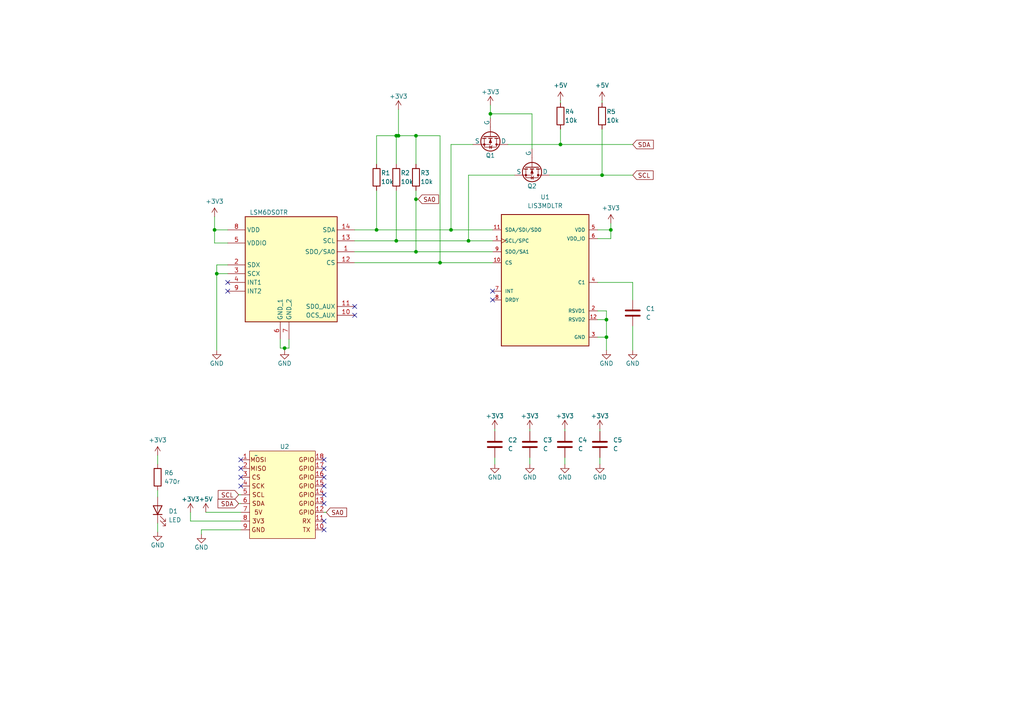
<source format=kicad_sch>
(kicad_sch (version 20230121) (generator eeschema)

  (uuid 46245161-cccb-4070-ae56-33e695f914b8)

  (paper "A4")

  (lib_symbols
    (symbol "Device:C" (pin_numbers hide) (pin_names (offset 0.254)) (in_bom yes) (on_board yes)
      (property "Reference" "C" (at 0.635 2.54 0)
        (effects (font (size 1.27 1.27)) (justify left))
      )
      (property "Value" "C" (at 0.635 -2.54 0)
        (effects (font (size 1.27 1.27)) (justify left))
      )
      (property "Footprint" "" (at 0.9652 -3.81 0)
        (effects (font (size 1.27 1.27)) hide)
      )
      (property "Datasheet" "~" (at 0 0 0)
        (effects (font (size 1.27 1.27)) hide)
      )
      (property "ki_keywords" "cap capacitor" (at 0 0 0)
        (effects (font (size 1.27 1.27)) hide)
      )
      (property "ki_description" "Unpolarized capacitor" (at 0 0 0)
        (effects (font (size 1.27 1.27)) hide)
      )
      (property "ki_fp_filters" "C_*" (at 0 0 0)
        (effects (font (size 1.27 1.27)) hide)
      )
      (symbol "C_0_1"
        (polyline
          (pts
            (xy -2.032 -0.762)
            (xy 2.032 -0.762)
          )
          (stroke (width 0.508) (type default))
          (fill (type none))
        )
        (polyline
          (pts
            (xy -2.032 0.762)
            (xy 2.032 0.762)
          )
          (stroke (width 0.508) (type default))
          (fill (type none))
        )
      )
      (symbol "C_1_1"
        (pin passive line (at 0 3.81 270) (length 2.794)
          (name "~" (effects (font (size 1.27 1.27))))
          (number "1" (effects (font (size 1.27 1.27))))
        )
        (pin passive line (at 0 -3.81 90) (length 2.794)
          (name "~" (effects (font (size 1.27 1.27))))
          (number "2" (effects (font (size 1.27 1.27))))
        )
      )
    )
    (symbol "Device:LED" (pin_numbers hide) (pin_names (offset 1.016) hide) (in_bom yes) (on_board yes)
      (property "Reference" "D" (at 0 2.54 0)
        (effects (font (size 1.27 1.27)))
      )
      (property "Value" "LED" (at 0 -2.54 0)
        (effects (font (size 1.27 1.27)))
      )
      (property "Footprint" "" (at 0 0 0)
        (effects (font (size 1.27 1.27)) hide)
      )
      (property "Datasheet" "~" (at 0 0 0)
        (effects (font (size 1.27 1.27)) hide)
      )
      (property "ki_keywords" "LED diode" (at 0 0 0)
        (effects (font (size 1.27 1.27)) hide)
      )
      (property "ki_description" "Light emitting diode" (at 0 0 0)
        (effects (font (size 1.27 1.27)) hide)
      )
      (property "ki_fp_filters" "LED* LED_SMD:* LED_THT:*" (at 0 0 0)
        (effects (font (size 1.27 1.27)) hide)
      )
      (symbol "LED_0_1"
        (polyline
          (pts
            (xy -1.27 -1.27)
            (xy -1.27 1.27)
          )
          (stroke (width 0.254) (type default))
          (fill (type none))
        )
        (polyline
          (pts
            (xy -1.27 0)
            (xy 1.27 0)
          )
          (stroke (width 0) (type default))
          (fill (type none))
        )
        (polyline
          (pts
            (xy 1.27 -1.27)
            (xy 1.27 1.27)
            (xy -1.27 0)
            (xy 1.27 -1.27)
          )
          (stroke (width 0.254) (type default))
          (fill (type none))
        )
        (polyline
          (pts
            (xy -3.048 -0.762)
            (xy -4.572 -2.286)
            (xy -3.81 -2.286)
            (xy -4.572 -2.286)
            (xy -4.572 -1.524)
          )
          (stroke (width 0) (type default))
          (fill (type none))
        )
        (polyline
          (pts
            (xy -1.778 -0.762)
            (xy -3.302 -2.286)
            (xy -2.54 -2.286)
            (xy -3.302 -2.286)
            (xy -3.302 -1.524)
          )
          (stroke (width 0) (type default))
          (fill (type none))
        )
      )
      (symbol "LED_1_1"
        (pin passive line (at -3.81 0 0) (length 2.54)
          (name "K" (effects (font (size 1.27 1.27))))
          (number "1" (effects (font (size 1.27 1.27))))
        )
        (pin passive line (at 3.81 0 180) (length 2.54)
          (name "A" (effects (font (size 1.27 1.27))))
          (number "2" (effects (font (size 1.27 1.27))))
        )
      )
    )
    (symbol "Device:R" (pin_numbers hide) (pin_names (offset 0)) (in_bom yes) (on_board yes)
      (property "Reference" "R" (at 2.032 0 90)
        (effects (font (size 1.27 1.27)))
      )
      (property "Value" "R" (at 0 0 90)
        (effects (font (size 1.27 1.27)))
      )
      (property "Footprint" "" (at -1.778 0 90)
        (effects (font (size 1.27 1.27)) hide)
      )
      (property "Datasheet" "~" (at 0 0 0)
        (effects (font (size 1.27 1.27)) hide)
      )
      (property "ki_keywords" "R res resistor" (at 0 0 0)
        (effects (font (size 1.27 1.27)) hide)
      )
      (property "ki_description" "Resistor" (at 0 0 0)
        (effects (font (size 1.27 1.27)) hide)
      )
      (property "ki_fp_filters" "R_*" (at 0 0 0)
        (effects (font (size 1.27 1.27)) hide)
      )
      (symbol "R_0_1"
        (rectangle (start -1.016 -2.54) (end 1.016 2.54)
          (stroke (width 0.254) (type default))
          (fill (type none))
        )
      )
      (symbol "R_1_1"
        (pin passive line (at 0 3.81 270) (length 1.27)
          (name "~" (effects (font (size 1.27 1.27))))
          (number "1" (effects (font (size 1.27 1.27))))
        )
        (pin passive line (at 0 -3.81 90) (length 1.27)
          (name "~" (effects (font (size 1.27 1.27))))
          (number "2" (effects (font (size 1.27 1.27))))
        )
      )
    )
    (symbol "LIS3MDLTR:LIS3MDLTR" (pin_names (offset 1.016)) (in_bom yes) (on_board yes)
      (property "Reference" "U1" (at 0 22.86 0)
        (effects (font (size 1.27 1.27)))
      )
      (property "Value" "LIS3MDLTR" (at 0 20.32 0)
        (effects (font (size 1.27 1.27)))
      )
      (property "Footprint" "LIS3MDLTR:XDCR_LIS3MDLTR" (at -1.905 29.21 0)
        (effects (font (size 1.27 1.27)) (justify bottom) hide)
      )
      (property "Datasheet" "" (at 0 0 0)
        (effects (font (size 1.27 1.27)) hide)
      )
      (property "MF" "STMicroelectronics" (at -1.905 29.21 0)
        (effects (font (size 1.27 1.27)) (justify bottom) hide)
      )
      (property "DESCRIPTION" "LIS3MDL Series 3 Axis ±2/±8/±12/±16 g 3.6V High Performance Magnetometer LGA-12" (at -4.445 26.035 0)
        (effects (font (size 1.27 1.27)) (justify bottom) hide)
      )
      (property "PACKAGE" "VFLGA-12 STMicroelectronics" (at -1.905 29.21 0)
        (effects (font (size 1.27 1.27)) (justify bottom) hide)
      )
      (property "PRICE" "None" (at -1.905 29.21 0)
        (effects (font (size 1.27 1.27)) (justify bottom) hide)
      )
      (property "Package" "VFLGA-12 STMicroelectronics" (at -1.905 29.21 0)
        (effects (font (size 1.27 1.27)) (justify bottom) hide)
      )
      (property "Check_prices" "https://www.snapeda.com/parts/LIS3MDLTR/STMicroelectronics/view-part/?ref=eda" (at -1.905 29.21 0)
        (effects (font (size 1.27 1.27)) (justify bottom) hide)
      )
      (property "STANDARD" "Manufacturer Recommendation" (at -1.905 29.21 0)
        (effects (font (size 1.27 1.27)) (justify bottom) hide)
      )
      (property "PARTREV" "6" (at -1.905 29.21 0)
        (effects (font (size 1.27 1.27)) (justify bottom) hide)
      )
      (property "SnapEDA_Link" "https://www.snapeda.com/parts/LIS3MDLTR/STMicroelectronics/view-part/?ref=snap" (at -1.905 29.21 0)
        (effects (font (size 1.27 1.27)) (justify bottom) hide)
      )
      (property "MP" "LIS3MDLTR" (at -1.905 29.21 0)
        (effects (font (size 1.27 1.27)) (justify bottom) hide)
      )
      (property "Purchase-URL" "https://www.snapeda.com/api/url_track_click_mouser/?unipart_id=382740&manufacturer=STMicroelectronics&part_name=LIS3MDLTR&search_term=lis3mdl" (at -1.905 29.21 0)
        (effects (font (size 1.27 1.27)) (justify bottom) hide)
      )
      (property "Price" "None" (at -1.905 29.21 0)
        (effects (font (size 1.27 1.27)) (justify bottom) hide)
      )
      (property "Description" "\nMagnetoresistive Sensor X, Y, Z Axis 12-LGA (2x2)\n" (at -1.905 29.21 0)
        (effects (font (size 1.27 1.27)) (justify bottom) hide)
      )
      (property "Availability" "In Stock" (at -1.905 29.21 0)
        (effects (font (size 1.27 1.27)) (justify bottom) hide)
      )
      (property "AVAILABILITY" "Unavailable" (at -1.905 29.21 0)
        (effects (font (size 1.27 1.27)) (justify bottom) hide)
      )
      (property "MAXIMUM_PACKAGE_HEIGHT" "1mm" (at -1.905 29.21 0)
        (effects (font (size 1.27 1.27)) (justify bottom) hide)
      )
      (symbol "LIS3MDLTR_0_0"
        (rectangle (start -12.7 -20.32) (end 12.7 17.78)
          (stroke (width 0.254) (type default))
          (fill (type background))
        )
        (pin input clock (at -15.24 10.16 0) (length 2.54)
          (name "SCL/SPC" (effects (font (size 1.016 1.016))))
          (number "1" (effects (font (size 1.016 1.016))))
        )
        (pin input line (at -15.24 3.81 0) (length 2.54)
          (name "CS" (effects (font (size 1.016 1.016))))
          (number "10" (effects (font (size 1.016 1.016))))
        )
        (pin bidirectional line (at -15.24 13.335 0) (length 2.54)
          (name "SDA/SDI/SDO" (effects (font (size 1.016 1.016))))
          (number "11" (effects (font (size 1.016 1.016))))
        )
        (pin passive line (at 15.24 -12.7 180) (length 2.54)
          (name "RSVD2" (effects (font (size 1.016 1.016))))
          (number "12" (effects (font (size 1.016 1.016))))
        )
        (pin passive line (at 15.24 -10.16 180) (length 2.54)
          (name "RSVD1" (effects (font (size 1.016 1.016))))
          (number "2" (effects (font (size 1.016 1.016))))
        )
        (pin power_in line (at 15.24 -17.78 180) (length 2.54)
          (name "GND" (effects (font (size 1.016 1.016))))
          (number "3" (effects (font (size 1.016 1.016))))
        )
        (pin passive line (at 15.24 -1.905 180) (length 2.54)
          (name "C1" (effects (font (size 1.016 1.016))))
          (number "4" (effects (font (size 1.016 1.016))))
        )
        (pin power_in line (at 15.24 13.335 180) (length 2.54)
          (name "VDD" (effects (font (size 1.016 1.016))))
          (number "5" (effects (font (size 1.016 1.016))))
        )
        (pin power_in line (at 15.24 10.795 180) (length 2.54)
          (name "VDD_IO" (effects (font (size 1.016 1.016))))
          (number "6" (effects (font (size 1.016 1.016))))
        )
        (pin output line (at -15.24 -4.445 0) (length 2.54)
          (name "INT" (effects (font (size 1.016 1.016))))
          (number "7" (effects (font (size 1.016 1.016))))
        )
        (pin output line (at -15.24 -6.985 0) (length 2.54)
          (name "DRDY" (effects (font (size 1.016 1.016))))
          (number "8" (effects (font (size 1.016 1.016))))
        )
        (pin bidirectional line (at -15.24 6.985 0) (length 2.54)
          (name "SDO/SA1" (effects (font (size 1.016 1.016))))
          (number "9" (effects (font (size 1.016 1.016))))
        )
      )
    )
    (symbol "LSM6DSOTR:LSM6DSOTR" (in_bom yes) (on_board yes)
      (property "Reference" "AC1" (at 6.35 13.97 0)
        (effects (font (size 1.27 1.27)) (justify left) hide)
      )
      (property "Value" "LSM6DSOTR" (at 6.35 11.43 0)
        (effects (font (size 1.27 1.27)) (justify left))
      )
      (property "Footprint" "LGA-14(2.5X3X0.86)" (at 31.75 -87.3 0)
        (effects (font (size 1.27 1.27)) (justify left top) hide)
      )
      (property "Datasheet" "https://www.st.com/resource/en/datasheet/lsm6dso.pdf" (at 31.75 -187.3 0)
        (effects (font (size 1.27 1.27)) (justify left top) hide)
      )
      (property "Height" "" (at 31.75 -387.3 0)
        (effects (font (size 1.27 1.27)) (justify left top) hide)
      )
      (property "Mouser Part Number" "511-LSM6DSOTR" (at 31.75 -487.3 0)
        (effects (font (size 1.27 1.27)) (justify left top) hide)
      )
      (property "Mouser Price/Stock" "https://www.mouser.co.uk/ProductDetail/STMicroelectronics/LSM6DSOTR?qs=lc2O%252BfHJPVbD197C5c7oNw%3D%3D" (at 31.75 -587.3 0)
        (effects (font (size 1.27 1.27)) (justify left top) hide)
      )
      (property "Manufacturer_Name" "STMicroelectronics" (at 31.75 -687.3 0)
        (effects (font (size 1.27 1.27)) (justify left top) hide)
      )
      (property "Manufacturer_Part_Number" "LSM6DSOTR" (at 31.75 -787.3 0)
        (effects (font (size 1.27 1.27)) (justify left top) hide)
      )
      (property "ki_description" "IMUs - Inertial Measurement Units iNEMO inertial module: 3D accelerometer and 3D gyroscope" (at 0 0 0)
        (effects (font (size 1.27 1.27)) hide)
      )
      (symbol "LSM6DSOTR_1_1"
        (rectangle (start 5.08 10.16) (end 31.75 -20.32)
          (stroke (width 0.254) (type default))
          (fill (type background))
        )
        (pin passive line (at 36.83 0 180) (length 5.08)
          (name "SDO/SA0" (effects (font (size 1.27 1.27))))
          (number "1" (effects (font (size 1.27 1.27))))
        )
        (pin passive line (at 36.83 -18.415 180) (length 5.08)
          (name "OCS_AUX" (effects (font (size 1.27 1.27))))
          (number "10" (effects (font (size 1.27 1.27))))
        )
        (pin passive line (at 36.83 -15.875 180) (length 5.08)
          (name "SDO_AUX" (effects (font (size 1.27 1.27))))
          (number "11" (effects (font (size 1.27 1.27))))
        )
        (pin passive line (at 36.83 -3.175 180) (length 5.08)
          (name "CS" (effects (font (size 1.27 1.27))))
          (number "12" (effects (font (size 1.27 1.27))))
        )
        (pin passive line (at 36.83 3.175 180) (length 5.08)
          (name "SCL" (effects (font (size 1.27 1.27))))
          (number "13" (effects (font (size 1.27 1.27))))
        )
        (pin passive line (at 36.83 6.35 180) (length 5.08)
          (name "SDA" (effects (font (size 1.27 1.27))))
          (number "14" (effects (font (size 1.27 1.27))))
        )
        (pin passive line (at 0 -3.81 0) (length 5.08)
          (name "SDX" (effects (font (size 1.27 1.27))))
          (number "2" (effects (font (size 1.27 1.27))))
        )
        (pin passive line (at 0 -6.35 0) (length 5.08)
          (name "SCX" (effects (font (size 1.27 1.27))))
          (number "3" (effects (font (size 1.27 1.27))))
        )
        (pin passive line (at 0 -8.89 0) (length 5.08)
          (name "INT1" (effects (font (size 1.27 1.27))))
          (number "4" (effects (font (size 1.27 1.27))))
        )
        (pin passive line (at 0 2.54 0) (length 5.08)
          (name "VDDIO" (effects (font (size 1.27 1.27))))
          (number "5" (effects (font (size 1.27 1.27))))
        )
        (pin passive line (at 15.24 -25.4 90) (length 5.08)
          (name "GND_1" (effects (font (size 1.27 1.27))))
          (number "6" (effects (font (size 1.27 1.27))))
        )
        (pin passive line (at 17.78 -25.4 90) (length 5.08)
          (name "GND_2" (effects (font (size 1.27 1.27))))
          (number "7" (effects (font (size 1.27 1.27))))
        )
        (pin passive line (at 0 6.35 0) (length 5.08)
          (name "VDD" (effects (font (size 1.27 1.27))))
          (number "8" (effects (font (size 1.27 1.27))))
        )
        (pin passive line (at 0 -11.43 0) (length 5.08)
          (name "INT2" (effects (font (size 1.27 1.27))))
          (number "9" (effects (font (size 1.27 1.27))))
        )
      )
    )
    (symbol "Simulation_SPICE:NMOS" (pin_numbers hide) (pin_names (offset 0)) (in_bom yes) (on_board yes)
      (property "Reference" "Q" (at 5.08 1.27 0)
        (effects (font (size 1.27 1.27)) (justify left))
      )
      (property "Value" "NMOS" (at 5.08 -1.27 0)
        (effects (font (size 1.27 1.27)) (justify left))
      )
      (property "Footprint" "" (at 5.08 2.54 0)
        (effects (font (size 1.27 1.27)) hide)
      )
      (property "Datasheet" "https://ngspice.sourceforge.io/docs/ngspice-manual.pdf" (at 0 -12.7 0)
        (effects (font (size 1.27 1.27)) hide)
      )
      (property "Sim.Device" "NMOS" (at 0 -17.145 0)
        (effects (font (size 1.27 1.27)) hide)
      )
      (property "Sim.Type" "VDMOS" (at 0 -19.05 0)
        (effects (font (size 1.27 1.27)) hide)
      )
      (property "Sim.Pins" "1=D 2=G 3=S" (at 0 -15.24 0)
        (effects (font (size 1.27 1.27)) hide)
      )
      (property "ki_keywords" "transistor NMOS N-MOS N-MOSFET simulation" (at 0 0 0)
        (effects (font (size 1.27 1.27)) hide)
      )
      (property "ki_description" "N-MOSFET transistor, drain/source/gate" (at 0 0 0)
        (effects (font (size 1.27 1.27)) hide)
      )
      (symbol "NMOS_0_1"
        (polyline
          (pts
            (xy 0.254 0)
            (xy -2.54 0)
          )
          (stroke (width 0) (type default))
          (fill (type none))
        )
        (polyline
          (pts
            (xy 0.254 1.905)
            (xy 0.254 -1.905)
          )
          (stroke (width 0.254) (type default))
          (fill (type none))
        )
        (polyline
          (pts
            (xy 0.762 -1.27)
            (xy 0.762 -2.286)
          )
          (stroke (width 0.254) (type default))
          (fill (type none))
        )
        (polyline
          (pts
            (xy 0.762 0.508)
            (xy 0.762 -0.508)
          )
          (stroke (width 0.254) (type default))
          (fill (type none))
        )
        (polyline
          (pts
            (xy 0.762 2.286)
            (xy 0.762 1.27)
          )
          (stroke (width 0.254) (type default))
          (fill (type none))
        )
        (polyline
          (pts
            (xy 2.54 2.54)
            (xy 2.54 1.778)
          )
          (stroke (width 0) (type default))
          (fill (type none))
        )
        (polyline
          (pts
            (xy 2.54 -2.54)
            (xy 2.54 0)
            (xy 0.762 0)
          )
          (stroke (width 0) (type default))
          (fill (type none))
        )
        (polyline
          (pts
            (xy 0.762 -1.778)
            (xy 3.302 -1.778)
            (xy 3.302 1.778)
            (xy 0.762 1.778)
          )
          (stroke (width 0) (type default))
          (fill (type none))
        )
        (polyline
          (pts
            (xy 1.016 0)
            (xy 2.032 0.381)
            (xy 2.032 -0.381)
            (xy 1.016 0)
          )
          (stroke (width 0) (type default))
          (fill (type outline))
        )
        (polyline
          (pts
            (xy 2.794 0.508)
            (xy 2.921 0.381)
            (xy 3.683 0.381)
            (xy 3.81 0.254)
          )
          (stroke (width 0) (type default))
          (fill (type none))
        )
        (polyline
          (pts
            (xy 3.302 0.381)
            (xy 2.921 -0.254)
            (xy 3.683 -0.254)
            (xy 3.302 0.381)
          )
          (stroke (width 0) (type default))
          (fill (type none))
        )
        (circle (center 1.651 0) (radius 2.794)
          (stroke (width 0.254) (type default))
          (fill (type none))
        )
        (circle (center 2.54 -1.778) (radius 0.254)
          (stroke (width 0) (type default))
          (fill (type outline))
        )
        (circle (center 2.54 1.778) (radius 0.254)
          (stroke (width 0) (type default))
          (fill (type outline))
        )
      )
      (symbol "NMOS_1_1"
        (pin passive line (at 2.54 5.08 270) (length 2.54)
          (name "D" (effects (font (size 1.27 1.27))))
          (number "1" (effects (font (size 1.27 1.27))))
        )
        (pin input line (at -5.08 0 0) (length 2.54)
          (name "G" (effects (font (size 1.27 1.27))))
          (number "2" (effects (font (size 1.27 1.27))))
        )
        (pin passive line (at 2.54 -5.08 90) (length 2.54)
          (name "S" (effects (font (size 1.27 1.27))))
          (number "3" (effects (font (size 1.27 1.27))))
        )
      )
    )
    (symbol "moduler_pin:air" (in_bom yes) (on_board yes)
      (property "Reference" "U" (at 7.62 2.54 0)
        (effects (font (size 1.27 1.27)))
      )
      (property "Value" "" (at 0 0 0)
        (effects (font (size 1.27 1.27)))
      )
      (property "Footprint" "" (at 0 0 0)
        (effects (font (size 1.27 1.27)) hide)
      )
      (property "Datasheet" "" (at 0 0 0)
        (effects (font (size 1.27 1.27)) hide)
      )
      (symbol "air_1_1"
        (rectangle (start -1.905 1.27) (end 17.145 -24.13)
          (stroke (width 0) (type default))
          (fill (type background))
        )
        (text "3V3" (at 0.635 -19.05 0)
          (effects (font (size 1.27 1.27)))
        )
        (text "5V" (at 0.635 -16.51 0)
          (effects (font (size 1.27 1.27)))
        )
        (text "CS" (at 0 -6.35 0)
          (effects (font (size 1.27 1.27)))
        )
        (text "GND" (at 0.635 -21.59 0)
          (effects (font (size 1.27 1.27)))
        )
        (text "GPIO" (at 14.605 -16.51 0)
          (effects (font (size 1.27 1.27)))
        )
        (text "GPIO" (at 14.605 -13.97 0)
          (effects (font (size 1.27 1.27)))
        )
        (text "GPIO" (at 14.605 -11.43 0)
          (effects (font (size 1.27 1.27)))
        )
        (text "GPIO" (at 14.605 -8.89 0)
          (effects (font (size 1.27 1.27)))
        )
        (text "GPIO" (at 14.605 -6.35 0)
          (effects (font (size 1.27 1.27)))
        )
        (text "GPIO" (at 14.605 -3.81 0)
          (effects (font (size 1.27 1.27)))
        )
        (text "GPIO" (at 14.605 -1.27 0)
          (effects (font (size 1.27 1.27)))
        )
        (text "MISO" (at 0.635 -3.81 0)
          (effects (font (size 1.27 1.27)))
        )
        (text "MOSI" (at 0.635 -1.27 0)
          (effects (font (size 1.27 1.27)))
        )
        (text "RX" (at 14.605 -19.05 0)
          (effects (font (size 1.27 1.27)))
        )
        (text "SCK" (at 0.635 -8.89 0)
          (effects (font (size 1.27 1.27)))
        )
        (text "SCL" (at 0.635 -11.43 0)
          (effects (font (size 1.27 1.27)))
        )
        (text "SDA" (at 0.635 -13.97 0)
          (effects (font (size 1.27 1.27)))
        )
        (text "TX" (at 14.605 -21.59 0)
          (effects (font (size 1.27 1.27)))
        )
        (pin input line (at -4.445 -1.27 0) (length 2.54)
          (name "" (effects (font (size 1.27 1.27))))
          (number "1" (effects (font (size 1.27 1.27))))
        )
        (pin input line (at 19.685 -21.59 180) (length 2.54)
          (name "" (effects (font (size 1.27 1.27))))
          (number "10" (effects (font (size 1.27 1.27))))
        )
        (pin input line (at 19.685 -19.05 180) (length 2.54)
          (name "" (effects (font (size 1.27 1.27))))
          (number "11" (effects (font (size 1.27 1.27))))
        )
        (pin input line (at 19.685 -16.51 180) (length 2.54)
          (name "" (effects (font (size 1.27 1.27))))
          (number "12" (effects (font (size 1.27 1.27))))
        )
        (pin input line (at 19.685 -13.97 180) (length 2.54)
          (name "" (effects (font (size 1.27 1.27))))
          (number "13" (effects (font (size 1.27 1.27))))
        )
        (pin input line (at 19.685 -11.43 180) (length 2.54)
          (name "" (effects (font (size 1.27 1.27))))
          (number "14" (effects (font (size 1.27 1.27))))
        )
        (pin input line (at 19.685 -8.89 180) (length 2.54)
          (name "" (effects (font (size 1.27 1.27))))
          (number "15" (effects (font (size 1.27 1.27))))
        )
        (pin input line (at 19.685 -6.35 180) (length 2.54)
          (name "" (effects (font (size 1.27 1.27))))
          (number "16" (effects (font (size 1.27 1.27))))
        )
        (pin input line (at 19.685 -3.81 180) (length 2.54)
          (name "" (effects (font (size 1.27 1.27))))
          (number "17" (effects (font (size 1.27 1.27))))
        )
        (pin input line (at 19.685 -1.27 180) (length 2.54)
          (name "" (effects (font (size 1.27 1.27))))
          (number "18" (effects (font (size 1.27 1.27))))
        )
        (pin input line (at -4.445 -3.81 0) (length 2.54)
          (name "" (effects (font (size 1.27 1.27))))
          (number "2" (effects (font (size 1.27 1.27))))
        )
        (pin input line (at -4.445 -6.35 0) (length 2.54)
          (name "" (effects (font (size 1.27 1.27))))
          (number "3" (effects (font (size 1.27 1.27))))
        )
        (pin input line (at -4.445 -8.89 0) (length 2.54)
          (name "" (effects (font (size 1.27 1.27))))
          (number "4" (effects (font (size 1.27 1.27))))
        )
        (pin input line (at -4.445 -11.43 0) (length 2.54)
          (name "" (effects (font (size 1.27 1.27))))
          (number "5" (effects (font (size 1.27 1.27))))
        )
        (pin input line (at -4.445 -13.97 0) (length 2.54)
          (name "" (effects (font (size 1.27 1.27))))
          (number "6" (effects (font (size 1.27 1.27))))
        )
        (pin input line (at -4.445 -16.51 0) (length 2.54)
          (name "" (effects (font (size 1.27 1.27))))
          (number "7" (effects (font (size 1.27 1.27))))
        )
        (pin input line (at -4.445 -19.05 0) (length 2.54)
          (name "" (effects (font (size 1.27 1.27))))
          (number "8" (effects (font (size 1.27 1.27))))
        )
        (pin input line (at -4.445 -21.59 0) (length 2.54)
          (name "" (effects (font (size 1.27 1.27))))
          (number "9" (effects (font (size 1.27 1.27))))
        )
      )
    )
    (symbol "power:+3V3" (power) (pin_names (offset 0)) (in_bom yes) (on_board yes)
      (property "Reference" "#PWR" (at 0 -3.81 0)
        (effects (font (size 1.27 1.27)) hide)
      )
      (property "Value" "+3V3" (at 0 3.556 0)
        (effects (font (size 1.27 1.27)))
      )
      (property "Footprint" "" (at 0 0 0)
        (effects (font (size 1.27 1.27)) hide)
      )
      (property "Datasheet" "" (at 0 0 0)
        (effects (font (size 1.27 1.27)) hide)
      )
      (property "ki_keywords" "global power" (at 0 0 0)
        (effects (font (size 1.27 1.27)) hide)
      )
      (property "ki_description" "Power symbol creates a global label with name \"+3V3\"" (at 0 0 0)
        (effects (font (size 1.27 1.27)) hide)
      )
      (symbol "+3V3_0_1"
        (polyline
          (pts
            (xy -0.762 1.27)
            (xy 0 2.54)
          )
          (stroke (width 0) (type default))
          (fill (type none))
        )
        (polyline
          (pts
            (xy 0 0)
            (xy 0 2.54)
          )
          (stroke (width 0) (type default))
          (fill (type none))
        )
        (polyline
          (pts
            (xy 0 2.54)
            (xy 0.762 1.27)
          )
          (stroke (width 0) (type default))
          (fill (type none))
        )
      )
      (symbol "+3V3_1_1"
        (pin power_in line (at 0 0 90) (length 0) hide
          (name "+3V3" (effects (font (size 1.27 1.27))))
          (number "1" (effects (font (size 1.27 1.27))))
        )
      )
    )
    (symbol "power:+5V" (power) (pin_names (offset 0)) (in_bom yes) (on_board yes)
      (property "Reference" "#PWR" (at 0 -3.81 0)
        (effects (font (size 1.27 1.27)) hide)
      )
      (property "Value" "+5V" (at 0 3.556 0)
        (effects (font (size 1.27 1.27)))
      )
      (property "Footprint" "" (at 0 0 0)
        (effects (font (size 1.27 1.27)) hide)
      )
      (property "Datasheet" "" (at 0 0 0)
        (effects (font (size 1.27 1.27)) hide)
      )
      (property "ki_keywords" "global power" (at 0 0 0)
        (effects (font (size 1.27 1.27)) hide)
      )
      (property "ki_description" "Power symbol creates a global label with name \"+5V\"" (at 0 0 0)
        (effects (font (size 1.27 1.27)) hide)
      )
      (symbol "+5V_0_1"
        (polyline
          (pts
            (xy -0.762 1.27)
            (xy 0 2.54)
          )
          (stroke (width 0) (type default))
          (fill (type none))
        )
        (polyline
          (pts
            (xy 0 0)
            (xy 0 2.54)
          )
          (stroke (width 0) (type default))
          (fill (type none))
        )
        (polyline
          (pts
            (xy 0 2.54)
            (xy 0.762 1.27)
          )
          (stroke (width 0) (type default))
          (fill (type none))
        )
      )
      (symbol "+5V_1_1"
        (pin power_in line (at 0 0 90) (length 0) hide
          (name "+5V" (effects (font (size 1.27 1.27))))
          (number "1" (effects (font (size 1.27 1.27))))
        )
      )
    )
    (symbol "power:GND" (power) (pin_names (offset 0)) (in_bom yes) (on_board yes)
      (property "Reference" "#PWR" (at 0 -6.35 0)
        (effects (font (size 1.27 1.27)) hide)
      )
      (property "Value" "GND" (at 0 -3.81 0)
        (effects (font (size 1.27 1.27)))
      )
      (property "Footprint" "" (at 0 0 0)
        (effects (font (size 1.27 1.27)) hide)
      )
      (property "Datasheet" "" (at 0 0 0)
        (effects (font (size 1.27 1.27)) hide)
      )
      (property "ki_keywords" "global power" (at 0 0 0)
        (effects (font (size 1.27 1.27)) hide)
      )
      (property "ki_description" "Power symbol creates a global label with name \"GND\" , ground" (at 0 0 0)
        (effects (font (size 1.27 1.27)) hide)
      )
      (symbol "GND_0_1"
        (polyline
          (pts
            (xy 0 0)
            (xy 0 -1.27)
            (xy 1.27 -1.27)
            (xy 0 -2.54)
            (xy -1.27 -1.27)
            (xy 0 -1.27)
          )
          (stroke (width 0) (type default))
          (fill (type none))
        )
      )
      (symbol "GND_1_1"
        (pin power_in line (at 0 0 270) (length 0) hide
          (name "GND" (effects (font (size 1.27 1.27))))
          (number "1" (effects (font (size 1.27 1.27))))
        )
      )
    )
  )

  (junction (at 115.57 39.37) (diameter 0) (color 0 0 0 0)
    (uuid 033bb436-d20c-4392-8dd7-b8241a2465c8)
  )
  (junction (at 109.22 66.675) (diameter 0) (color 0 0 0 0)
    (uuid 087bd716-5999-4353-89a7-746f8ff7cd18)
  )
  (junction (at 142.24 33.02) (diameter 0) (color 0 0 0 0)
    (uuid 1c6674bd-6890-4f87-9ee8-5b1c94b361b8)
  )
  (junction (at 174.625 50.8) (diameter 0) (color 0 0 0 0)
    (uuid 2a78e37d-b2db-422b-a76f-42e60aedd4d5)
  )
  (junction (at 62.23 66.675) (diameter 0) (color 0 0 0 0)
    (uuid 545ef9e0-ab02-4fcf-a281-b09f99a293f9)
  )
  (junction (at 130.81 66.675) (diameter 0) (color 0 0 0 0)
    (uuid 6deb4a5b-7b59-4c49-b54b-06386a4e5a5a)
  )
  (junction (at 82.55 100.965) (diameter 0) (color 0 0 0 0)
    (uuid 797dff93-575f-46e9-a978-84155e64fbde)
  )
  (junction (at 120.65 39.37) (diameter 0) (color 0 0 0 0)
    (uuid 85064833-6331-4dbb-bf46-fb7cb7315291)
  )
  (junction (at 120.65 73.025) (diameter 0) (color 0 0 0 0)
    (uuid aab77d5f-2c0c-4616-a527-7db18206eda5)
  )
  (junction (at 135.89 69.85) (diameter 0) (color 0 0 0 0)
    (uuid c19b564f-e473-4708-a9c6-49b98b67d8bf)
  )
  (junction (at 175.895 92.71) (diameter 0) (color 0 0 0 0)
    (uuid cb6ea828-f387-49b6-b883-e58b316d0630)
  )
  (junction (at 120.65 57.785) (diameter 0) (color 0 0 0 0)
    (uuid d5bd01e6-5f88-43da-89e2-a3c98ecf1c1c)
  )
  (junction (at 127.635 76.2) (diameter 0) (color 0 0 0 0)
    (uuid e562d8a9-b662-499f-9e65-915c6677e069)
  )
  (junction (at 114.935 69.85) (diameter 0) (color 0 0 0 0)
    (uuid e61aac12-5eae-4605-a253-04d2c85b74a8)
  )
  (junction (at 62.865 79.375) (diameter 0) (color 0 0 0 0)
    (uuid e93f8ae7-3605-443e-9c3b-90bfc3105726)
  )
  (junction (at 175.895 97.79) (diameter 0) (color 0 0 0 0)
    (uuid eb99f009-8958-452e-a2f3-bb8dde86917f)
  )
  (junction (at 162.56 41.91) (diameter 0) (color 0 0 0 0)
    (uuid f301798a-4303-4aca-bcec-4fb068db694f)
  )
  (junction (at 114.935 39.37) (diameter 0) (color 0 0 0 0)
    (uuid fc35771d-2fa7-4403-8164-01811a0661b3)
  )
  (junction (at 177.165 66.675) (diameter 0) (color 0 0 0 0)
    (uuid fd1fce75-f0ef-4c7a-a7ab-04779bdb55f9)
  )

  (no_connect (at 93.98 140.97) (uuid 17bdd2ee-1ff1-4fb6-9720-8a998a037bd4))
  (no_connect (at 69.85 138.43) (uuid 1f33eadf-ccd7-4dbb-9d70-7dfd742da460))
  (no_connect (at 93.98 151.13) (uuid 22520c1e-e892-41ec-a6ec-67105bc2915b))
  (no_connect (at 69.85 135.89) (uuid 2a7d77c8-f272-445d-a1db-add9256e750e))
  (no_connect (at 69.85 140.97) (uuid 2bcf95ec-390a-440f-a314-6b6a90128aef))
  (no_connect (at 66.04 84.455) (uuid 30c42fc9-ad0d-44eb-9780-c5d77d4b6365))
  (no_connect (at 93.98 146.05) (uuid 3bddf9b7-a044-476d-9f31-8248fc3c7e0f))
  (no_connect (at 93.98 135.89) (uuid 88ae3cfd-7671-402c-a791-a873da044302))
  (no_connect (at 93.98 138.43) (uuid 970f86a6-9834-4841-9584-dcf5e7f7c75d))
  (no_connect (at 142.875 84.455) (uuid 9ddaf2d7-7596-4bc7-80e8-43cc6d037e1e))
  (no_connect (at 102.87 91.44) (uuid b13b7f2e-e62f-4d0b-93e9-cd4bb0f0eadb))
  (no_connect (at 102.87 88.9) (uuid c4e4accf-cadf-4f5f-992f-9420eb24e6cf))
  (no_connect (at 93.98 133.35) (uuid ccf876ba-2fc0-4e65-b13e-a94890a90950))
  (no_connect (at 69.85 133.35) (uuid ce2a3631-9f52-4cdb-8dd3-a3c46d00a2ab))
  (no_connect (at 142.875 86.995) (uuid d576012c-6f6f-41d2-9764-9849fbd5385b))
  (no_connect (at 93.98 153.67) (uuid ded3a127-fe57-4771-aecd-7229b8602f02))
  (no_connect (at 66.04 81.915) (uuid dfead232-952f-4caa-9d15-eeb17cde569e))
  (no_connect (at 93.98 143.51) (uuid e43269ba-0402-4ad4-bf24-6f3e4a4b507f))

  (wire (pts (xy 177.165 64.77) (xy 177.165 66.675))
    (stroke (width 0) (type default))
    (uuid 01432b90-b951-4841-b1e0-65a29db5dba2)
  )
  (wire (pts (xy 62.865 79.375) (xy 62.865 101.6))
    (stroke (width 0) (type default))
    (uuid 068bd419-9900-42c1-a551-b5e8c5536032)
  )
  (wire (pts (xy 142.24 33.02) (xy 142.24 34.29))
    (stroke (width 0) (type default))
    (uuid 09804ab5-6e4d-4291-9127-9345de968793)
  )
  (wire (pts (xy 163.83 124.46) (xy 163.83 125.095))
    (stroke (width 0) (type default))
    (uuid 0c112478-b1f4-4d62-9b51-f37b7c9deb60)
  )
  (wire (pts (xy 120.65 73.025) (xy 142.875 73.025))
    (stroke (width 0) (type default))
    (uuid 0d69da77-1082-4490-bbbb-23aff9ca83ac)
  )
  (wire (pts (xy 183.515 81.915) (xy 183.515 86.995))
    (stroke (width 0) (type default))
    (uuid 0de90a31-ebf5-4a32-9603-3bc5931903a1)
  )
  (wire (pts (xy 120.65 39.37) (xy 127.635 39.37))
    (stroke (width 0) (type default))
    (uuid 1017fd51-6d66-474f-a897-717ef467ddcb)
  )
  (wire (pts (xy 58.42 153.67) (xy 69.85 153.67))
    (stroke (width 0) (type default))
    (uuid 1a21c331-f34a-4739-baf5-0564abac0775)
  )
  (wire (pts (xy 83.82 100.965) (xy 82.55 100.965))
    (stroke (width 0) (type default))
    (uuid 1de036cb-b320-4255-b8a4-6cc7cf810206)
  )
  (wire (pts (xy 109.22 39.37) (xy 114.935 39.37))
    (stroke (width 0) (type default))
    (uuid 214356a7-c546-4f2e-b00f-aa5659a69e5e)
  )
  (wire (pts (xy 162.56 29.21) (xy 162.56 29.845))
    (stroke (width 0) (type default))
    (uuid 2162e860-d51c-418b-8195-0c01e65e4422)
  )
  (wire (pts (xy 154.305 33.02) (xy 142.24 33.02))
    (stroke (width 0) (type default))
    (uuid 23c63a6f-0089-43e2-9938-cc261b1c2337)
  )
  (wire (pts (xy 114.935 55.245) (xy 114.935 69.85))
    (stroke (width 0) (type default))
    (uuid 2a74646a-7caf-4f11-b53a-61a18a493122)
  )
  (wire (pts (xy 153.67 124.46) (xy 153.67 125.095))
    (stroke (width 0) (type default))
    (uuid 2cddc7bd-db30-435e-bffe-875fe7b143ce)
  )
  (wire (pts (xy 114.935 69.85) (xy 102.87 69.85))
    (stroke (width 0) (type default))
    (uuid 30d35f56-5b47-469a-80ee-0411190d3e2e)
  )
  (wire (pts (xy 62.865 79.375) (xy 66.04 79.375))
    (stroke (width 0) (type default))
    (uuid 327857c0-ea39-4223-99e6-b7970eecbab5)
  )
  (wire (pts (xy 177.165 69.215) (xy 173.355 69.215))
    (stroke (width 0) (type default))
    (uuid 3767d623-1fcf-4b77-958f-8bc94bdc3083)
  )
  (wire (pts (xy 127.635 39.37) (xy 127.635 76.2))
    (stroke (width 0) (type default))
    (uuid 3bf44887-2cba-4546-9e36-abb9336139f2)
  )
  (wire (pts (xy 59.69 148.59) (xy 69.85 148.59))
    (stroke (width 0) (type default))
    (uuid 47140578-1641-4f6b-b576-0ee52c6acd96)
  )
  (wire (pts (xy 177.165 66.675) (xy 177.165 69.215))
    (stroke (width 0) (type default))
    (uuid 47837f7d-f3a7-4479-97ef-219338f8f8f6)
  )
  (wire (pts (xy 174.625 37.465) (xy 174.625 50.8))
    (stroke (width 0) (type default))
    (uuid 4a10e47e-c342-44cb-b0a5-2fe4b30088db)
  )
  (wire (pts (xy 55.245 148.59) (xy 55.245 151.13))
    (stroke (width 0) (type default))
    (uuid 4acc3237-3ee2-488d-9160-294f7ade9fc5)
  )
  (wire (pts (xy 121.285 57.785) (xy 120.65 57.785))
    (stroke (width 0) (type default))
    (uuid 4ea17de2-05e2-4f20-a669-d77e60751063)
  )
  (wire (pts (xy 45.72 134.62) (xy 45.72 132.08))
    (stroke (width 0) (type default))
    (uuid 5980b315-0dd5-4f76-b49f-2dcc6031cd57)
  )
  (wire (pts (xy 173.99 134.62) (xy 173.99 132.715))
    (stroke (width 0) (type default))
    (uuid 5b7b2922-a2fa-4bdc-8f43-2dfb836dca69)
  )
  (wire (pts (xy 82.55 100.965) (xy 81.28 100.965))
    (stroke (width 0) (type default))
    (uuid 5bd1dc16-93e6-4f99-8ab1-955eb77e561c)
  )
  (wire (pts (xy 120.65 73.025) (xy 102.87 73.025))
    (stroke (width 0) (type default))
    (uuid 5d8f4927-cede-40f0-bfed-0b1420f703aa)
  )
  (wire (pts (xy 69.215 146.05) (xy 69.85 146.05))
    (stroke (width 0) (type default))
    (uuid 5f28b88c-7521-4a00-b836-a3e3b207a987)
  )
  (wire (pts (xy 94.615 148.59) (xy 93.98 148.59))
    (stroke (width 0) (type default))
    (uuid 610b7673-5565-42e5-9566-67c98d5dd096)
  )
  (wire (pts (xy 62.23 70.485) (xy 66.04 70.485))
    (stroke (width 0) (type default))
    (uuid 6785685e-7121-46cc-84b6-a66747b30ff2)
  )
  (wire (pts (xy 120.65 57.785) (xy 120.65 73.025))
    (stroke (width 0) (type default))
    (uuid 6c8d795c-4d09-4a75-b9a7-33aed802e58b)
  )
  (wire (pts (xy 127.635 76.2) (xy 142.875 76.2))
    (stroke (width 0) (type default))
    (uuid 72212a16-1e0c-4700-9c2a-8791cbc70eff)
  )
  (wire (pts (xy 120.65 55.245) (xy 120.65 57.785))
    (stroke (width 0) (type default))
    (uuid 7a010dbd-a715-4a40-b8dc-964f3cd986f4)
  )
  (wire (pts (xy 137.16 41.91) (xy 130.81 41.91))
    (stroke (width 0) (type default))
    (uuid 7c556d64-7a74-4729-93a3-a585129cd502)
  )
  (wire (pts (xy 143.51 124.46) (xy 143.51 125.095))
    (stroke (width 0) (type default))
    (uuid 7cf849a6-1768-4970-922b-6e41c2ad05ec)
  )
  (wire (pts (xy 174.625 50.8) (xy 159.385 50.8))
    (stroke (width 0) (type default))
    (uuid 7d7c9388-860b-4dbb-92cb-972f463846c8)
  )
  (wire (pts (xy 69.215 143.51) (xy 69.85 143.51))
    (stroke (width 0) (type default))
    (uuid 7e6cb853-278f-412f-99aa-341b6cc3b831)
  )
  (wire (pts (xy 175.895 90.17) (xy 175.895 92.71))
    (stroke (width 0) (type default))
    (uuid 811b63a8-70de-4a04-bb9b-a3744ef9a5a3)
  )
  (wire (pts (xy 109.22 47.625) (xy 109.22 39.37))
    (stroke (width 0) (type default))
    (uuid 8191b4e7-2f26-458e-8bf0-1005f6f542aa)
  )
  (wire (pts (xy 130.81 66.675) (xy 142.875 66.675))
    (stroke (width 0) (type default))
    (uuid 83432381-7af4-41a5-8f6b-a033170b9009)
  )
  (wire (pts (xy 62.23 62.865) (xy 62.23 66.675))
    (stroke (width 0) (type default))
    (uuid 834edeb6-c0d5-465b-9087-d54019a45577)
  )
  (wire (pts (xy 83.82 98.425) (xy 83.82 100.965))
    (stroke (width 0) (type default))
    (uuid 84de3a38-ed26-47a3-9b68-a17639142663)
  )
  (wire (pts (xy 154.305 43.18) (xy 154.305 33.02))
    (stroke (width 0) (type default))
    (uuid 85df52d1-8cf5-4815-81e8-83eba0ccb7a7)
  )
  (wire (pts (xy 173.355 97.79) (xy 175.895 97.79))
    (stroke (width 0) (type default))
    (uuid 8c067566-fa06-4f1a-9817-4462d765ee04)
  )
  (wire (pts (xy 162.56 41.91) (xy 183.515 41.91))
    (stroke (width 0) (type default))
    (uuid 8dde7676-9926-47b7-b6a2-95af1aeeeb1e)
  )
  (wire (pts (xy 174.625 50.8) (xy 183.515 50.8))
    (stroke (width 0) (type default))
    (uuid 8e12678e-2870-4ad8-a90f-2dae0ce9e18e)
  )
  (wire (pts (xy 175.895 97.79) (xy 175.895 101.6))
    (stroke (width 0) (type default))
    (uuid 8e3a0bf1-6d56-4d44-8439-4379fb934c4a)
  )
  (wire (pts (xy 173.99 124.46) (xy 173.99 125.095))
    (stroke (width 0) (type default))
    (uuid 950dbc06-4229-42d8-b176-9e8ed2f5a1d1)
  )
  (wire (pts (xy 81.28 100.965) (xy 81.28 98.425))
    (stroke (width 0) (type default))
    (uuid 9c516fa4-d3e9-49ec-acda-1b186a460fee)
  )
  (wire (pts (xy 114.935 39.37) (xy 114.935 47.625))
    (stroke (width 0) (type default))
    (uuid 9fe7684e-106e-4ff8-b77f-19d6bbf0aa72)
  )
  (wire (pts (xy 114.935 69.85) (xy 135.89 69.85))
    (stroke (width 0) (type default))
    (uuid a46fdcb4-81f9-41a8-bcc2-cdb1cece8322)
  )
  (wire (pts (xy 162.56 41.91) (xy 162.56 37.465))
    (stroke (width 0) (type default))
    (uuid abfbf5fb-6c86-4eeb-80ef-14175185b27a)
  )
  (wire (pts (xy 45.72 154.305) (xy 45.72 151.765))
    (stroke (width 0) (type default))
    (uuid acbd4aa0-ee4f-4146-a2c0-fb257dc39cae)
  )
  (wire (pts (xy 109.22 66.675) (xy 130.81 66.675))
    (stroke (width 0) (type default))
    (uuid b11ce3e9-3480-4cd0-bb9f-099f413c1550)
  )
  (wire (pts (xy 149.225 50.8) (xy 135.89 50.8))
    (stroke (width 0) (type default))
    (uuid b2dd9113-ad73-48bb-9e71-795ecdc308ad)
  )
  (wire (pts (xy 45.72 144.145) (xy 45.72 142.24))
    (stroke (width 0) (type default))
    (uuid b31771c3-869f-4834-9ff7-9db35f196cf5)
  )
  (wire (pts (xy 173.355 66.675) (xy 177.165 66.675))
    (stroke (width 0) (type default))
    (uuid b38bbbff-55e0-4eb2-80ec-862bec6356aa)
  )
  (wire (pts (xy 62.23 66.675) (xy 66.04 66.675))
    (stroke (width 0) (type default))
    (uuid b6c8ff2b-b277-4ff6-be0f-e547cd44b30d)
  )
  (wire (pts (xy 175.895 92.71) (xy 175.895 97.79))
    (stroke (width 0) (type default))
    (uuid b7edad66-d953-4241-b1f8-d966ebba722e)
  )
  (wire (pts (xy 130.81 41.91) (xy 130.81 66.675))
    (stroke (width 0) (type default))
    (uuid b8143a77-7217-454d-8af9-6a57f0a29d01)
  )
  (wire (pts (xy 102.87 76.2) (xy 127.635 76.2))
    (stroke (width 0) (type default))
    (uuid b99f2903-d5b5-4754-80f0-222a1caf30c1)
  )
  (wire (pts (xy 120.65 47.625) (xy 120.65 39.37))
    (stroke (width 0) (type default))
    (uuid bddda8bb-db17-4c01-91c6-2130c3a9882f)
  )
  (wire (pts (xy 62.23 66.675) (xy 62.23 70.485))
    (stroke (width 0) (type default))
    (uuid bdeb5a0b-e2a1-4564-8eae-d5eaff9c6544)
  )
  (wire (pts (xy 109.22 55.245) (xy 109.22 66.675))
    (stroke (width 0) (type default))
    (uuid be1040e8-c0f4-4878-89e9-bb29ca23777e)
  )
  (wire (pts (xy 135.89 50.8) (xy 135.89 69.85))
    (stroke (width 0) (type default))
    (uuid bfdab64d-5987-4a53-b71f-3972055ad538)
  )
  (wire (pts (xy 142.24 30.48) (xy 142.24 33.02))
    (stroke (width 0) (type default))
    (uuid c0af398c-cf6b-41ac-b549-03c06095d808)
  )
  (wire (pts (xy 62.865 76.835) (xy 62.865 79.375))
    (stroke (width 0) (type default))
    (uuid c206e7df-de5e-48bc-828e-6c0e41677388)
  )
  (wire (pts (xy 173.355 90.17) (xy 175.895 90.17))
    (stroke (width 0) (type default))
    (uuid c4e8ca9d-e79c-4257-bd42-be2f8591c92d)
  )
  (wire (pts (xy 109.22 66.675) (xy 102.87 66.675))
    (stroke (width 0) (type default))
    (uuid c9db904d-c4bc-4db0-88b1-09fad71a4d6c)
  )
  (wire (pts (xy 135.89 69.85) (xy 142.875 69.85))
    (stroke (width 0) (type default))
    (uuid d472b24c-3163-4884-9e36-aa04ef96d160)
  )
  (wire (pts (xy 174.625 29.21) (xy 174.625 29.845))
    (stroke (width 0) (type default))
    (uuid d5d7c87f-39c1-499f-ab54-e7a719c86dff)
  )
  (wire (pts (xy 147.32 41.91) (xy 162.56 41.91))
    (stroke (width 0) (type default))
    (uuid d6bdcb56-b519-483d-85b5-6b99110d0350)
  )
  (wire (pts (xy 163.83 134.62) (xy 163.83 132.715))
    (stroke (width 0) (type default))
    (uuid dc3829e9-d9dc-4e63-b8b3-2f27f8651c0e)
  )
  (wire (pts (xy 58.42 154.94) (xy 58.42 153.67))
    (stroke (width 0) (type default))
    (uuid de868f6f-de66-4671-b2f9-0c2dd82a0b82)
  )
  (wire (pts (xy 82.55 101.6) (xy 82.55 100.965))
    (stroke (width 0) (type default))
    (uuid df133abc-1bc5-4b5f-9404-7e0b4824b112)
  )
  (wire (pts (xy 173.355 81.915) (xy 183.515 81.915))
    (stroke (width 0) (type default))
    (uuid e134bea0-f31a-40a2-8daa-4821df80bc0a)
  )
  (wire (pts (xy 115.57 39.37) (xy 120.65 39.37))
    (stroke (width 0) (type default))
    (uuid e982f47d-4558-4272-9e8e-3acde3b19800)
  )
  (wire (pts (xy 153.67 134.62) (xy 153.67 132.715))
    (stroke (width 0) (type default))
    (uuid e9acb6a1-0b75-4383-a4ba-029afa13524b)
  )
  (wire (pts (xy 183.515 101.6) (xy 183.515 94.615))
    (stroke (width 0) (type default))
    (uuid ece0952d-333d-4e1c-b594-983b8832316f)
  )
  (wire (pts (xy 143.51 134.62) (xy 143.51 132.715))
    (stroke (width 0) (type default))
    (uuid ef73d72f-0130-46cf-809a-402b58d796bb)
  )
  (wire (pts (xy 115.57 31.75) (xy 115.57 39.37))
    (stroke (width 0) (type default))
    (uuid ef98ba4b-4452-4548-902d-c11a1307e989)
  )
  (wire (pts (xy 66.04 76.835) (xy 62.865 76.835))
    (stroke (width 0) (type default))
    (uuid f10029e8-e9ed-458d-96d5-f324b2547066)
  )
  (wire (pts (xy 173.355 92.71) (xy 175.895 92.71))
    (stroke (width 0) (type default))
    (uuid f60f1b2c-6ca3-44f0-8a23-e02e392a5b5e)
  )
  (wire (pts (xy 55.245 151.13) (xy 69.85 151.13))
    (stroke (width 0) (type default))
    (uuid f8114792-49d3-4869-84fa-940baf16594e)
  )
  (wire (pts (xy 115.57 39.37) (xy 114.935 39.37))
    (stroke (width 0) (type default))
    (uuid ff415005-52b9-48b5-a2e0-de96cc701e11)
  )

  (global_label "SCL" (shape input) (at 69.215 143.51 180) (fields_autoplaced)
    (effects (font (size 1.27 1.27)) (justify right))
    (uuid 0937d4b1-8b86-417c-9030-35fe98e322db)
    (property "Intersheetrefs" "${INTERSHEET_REFS}" (at 62.7222 143.51 0)
      (effects (font (size 1.27 1.27)) (justify right) hide)
    )
  )
  (global_label "SA0" (shape input) (at 94.615 148.59 0) (fields_autoplaced)
    (effects (font (size 1.27 1.27)) (justify left))
    (uuid 227334f7-11b4-4df9-84e1-fb9e3946d336)
    (property "Intersheetrefs" "${INTERSHEET_REFS}" (at 101.1078 148.59 0)
      (effects (font (size 1.27 1.27)) (justify left) hide)
    )
  )
  (global_label "SA0" (shape input) (at 121.285 57.785 0) (fields_autoplaced)
    (effects (font (size 1.27 1.27)) (justify left))
    (uuid 269996e7-83e7-4ef6-816e-d34ed55a0ea6)
    (property "Intersheetrefs" "${INTERSHEET_REFS}" (at 127.7778 57.785 0)
      (effects (font (size 1.27 1.27)) (justify left) hide)
    )
  )
  (global_label "SCL" (shape input) (at 183.515 50.8 0) (fields_autoplaced)
    (effects (font (size 1.27 1.27)) (justify left))
    (uuid 30fd1163-5e30-43f1-b27f-505302408986)
    (property "Intersheetrefs" "${INTERSHEET_REFS}" (at 190.0078 50.8 0)
      (effects (font (size 1.27 1.27)) (justify left) hide)
    )
  )
  (global_label "SDA" (shape input) (at 69.215 146.05 180) (fields_autoplaced)
    (effects (font (size 1.27 1.27)) (justify right))
    (uuid 5e14660a-fa93-4f94-9a65-0a9e4e1183cb)
    (property "Intersheetrefs" "${INTERSHEET_REFS}" (at 62.6617 146.05 0)
      (effects (font (size 1.27 1.27)) (justify right) hide)
    )
  )
  (global_label "SDA" (shape input) (at 183.515 41.91 0) (fields_autoplaced)
    (effects (font (size 1.27 1.27)) (justify left))
    (uuid e3844c37-4e1b-48e6-9711-dd051f01cd70)
    (property "Intersheetrefs" "${INTERSHEET_REFS}" (at 190.0683 41.91 0)
      (effects (font (size 1.27 1.27)) (justify left) hide)
    )
  )

  (symbol (lib_id "Device:R") (at 45.72 138.43 0) (unit 1)
    (in_bom yes) (on_board yes) (dnp no) (fields_autoplaced)
    (uuid 043413e3-e8d9-462a-9d47-7c48251d1b1b)
    (property "Reference" "R6" (at 47.625 137.16 0)
      (effects (font (size 1.27 1.27)) (justify left))
    )
    (property "Value" "470r" (at 47.625 139.7 0)
      (effects (font (size 1.27 1.27)) (justify left))
    )
    (property "Footprint" "Resistor_SMD:R_0603_1608Metric" (at 43.942 138.43 90)
      (effects (font (size 1.27 1.27)) hide)
    )
    (property "Datasheet" "~" (at 45.72 138.43 0)
      (effects (font (size 1.27 1.27)) hide)
    )
    (pin "1" (uuid 1d5cd01e-149f-4be1-9202-26ac97c08646))
    (pin "2" (uuid 1ded86f1-4727-4be2-9708-06fbff9fccbc))
    (instances
      (project "0040_9DOF_Module_LSM6DSO_LIS3MDL"
        (path "/46245161-cccb-4070-ae56-33e695f914b8"
          (reference "R6") (unit 1)
        )
      )
    )
  )

  (symbol (lib_id "Device:C") (at 183.515 90.805 0) (unit 1)
    (in_bom yes) (on_board yes) (dnp no) (fields_autoplaced)
    (uuid 0e75b99a-6f4c-4913-a837-8abcd7a15e63)
    (property "Reference" "C1" (at 187.325 89.535 0)
      (effects (font (size 1.27 1.27)) (justify left))
    )
    (property "Value" "C" (at 187.325 92.075 0)
      (effects (font (size 1.27 1.27)) (justify left))
    )
    (property "Footprint" "Capacitor_SMD:C_0603_1608Metric" (at 184.4802 94.615 0)
      (effects (font (size 1.27 1.27)) hide)
    )
    (property "Datasheet" "~" (at 183.515 90.805 0)
      (effects (font (size 1.27 1.27)) hide)
    )
    (pin "1" (uuid abe1f0a6-4aa6-4c24-8d3c-0fbba444feb7))
    (pin "2" (uuid f0c38566-53eb-464c-97aa-6c3b9369eeb1))
    (instances
      (project "0040_9DOF_Module_LSM6DSO_LIS3MDL"
        (path "/46245161-cccb-4070-ae56-33e695f914b8"
          (reference "C1") (unit 1)
        )
      )
    )
  )

  (symbol (lib_id "power:+3V3") (at 115.57 31.75 0) (unit 1)
    (in_bom yes) (on_board yes) (dnp no)
    (uuid 11bd3e05-8758-4eb5-a331-c2e48453a853)
    (property "Reference" "#PWR07" (at 115.57 35.56 0)
      (effects (font (size 1.27 1.27)) hide)
    )
    (property "Value" "+3V3" (at 115.57 27.94 0)
      (effects (font (size 1.27 1.27)))
    )
    (property "Footprint" "" (at 115.57 31.75 0)
      (effects (font (size 1.27 1.27)) hide)
    )
    (property "Datasheet" "" (at 115.57 31.75 0)
      (effects (font (size 1.27 1.27)) hide)
    )
    (pin "1" (uuid 5aba5d25-fa6b-4002-9371-e454b3cb149e))
    (instances
      (project "0040_9DOF_Module_LSM6DSO_LIS3MDL"
        (path "/46245161-cccb-4070-ae56-33e695f914b8"
          (reference "#PWR07") (unit 1)
        )
      )
    )
  )

  (symbol (lib_id "power:+3V3") (at 177.165 64.77 0) (unit 1)
    (in_bom yes) (on_board yes) (dnp no) (fields_autoplaced)
    (uuid 1532738d-1f70-4903-b07c-f9ce92ca7197)
    (property "Reference" "#PWR04" (at 177.165 68.58 0)
      (effects (font (size 1.27 1.27)) hide)
    )
    (property "Value" "+3V3" (at 177.165 60.325 0)
      (effects (font (size 1.27 1.27)))
    )
    (property "Footprint" "" (at 177.165 64.77 0)
      (effects (font (size 1.27 1.27)) hide)
    )
    (property "Datasheet" "" (at 177.165 64.77 0)
      (effects (font (size 1.27 1.27)) hide)
    )
    (pin "1" (uuid 97873b03-d247-4494-b1de-049483a18025))
    (instances
      (project "0040_9DOF_Module_LSM6DSO_LIS3MDL"
        (path "/46245161-cccb-4070-ae56-33e695f914b8"
          (reference "#PWR04") (unit 1)
        )
      )
    )
  )

  (symbol (lib_id "Device:R") (at 109.22 51.435 0) (unit 1)
    (in_bom yes) (on_board yes) (dnp no)
    (uuid 163f8af2-dabd-42ec-9c67-daeffd48523e)
    (property "Reference" "R1" (at 110.49 50.165 0)
      (effects (font (size 1.27 1.27)) (justify left))
    )
    (property "Value" "10k" (at 110.49 52.705 0)
      (effects (font (size 1.27 1.27)) (justify left))
    )
    (property "Footprint" "Resistor_SMD:R_0603_1608Metric" (at 107.442 51.435 90)
      (effects (font (size 1.27 1.27)) hide)
    )
    (property "Datasheet" "~" (at 109.22 51.435 0)
      (effects (font (size 1.27 1.27)) hide)
    )
    (pin "1" (uuid 6a0ec57b-af1f-4c37-9350-608281ea135e))
    (pin "2" (uuid 4091aa04-608a-4ed5-8dfa-2dbfe6656fc7))
    (instances
      (project "0040_9DOF_Module_LSM6DSO_LIS3MDL"
        (path "/46245161-cccb-4070-ae56-33e695f914b8"
          (reference "R1") (unit 1)
        )
      )
    )
  )

  (symbol (lib_id "LIS3MDLTR:LIS3MDLTR") (at 158.115 80.01 0) (unit 1)
    (in_bom yes) (on_board yes) (dnp no) (fields_autoplaced)
    (uuid 16ac6c2a-835b-4999-9996-6bffed645f81)
    (property "Reference" "U1" (at 158.115 57.15 0)
      (effects (font (size 1.27 1.27)))
    )
    (property "Value" "LIS3MDLTR" (at 158.115 59.69 0)
      (effects (font (size 1.27 1.27)))
    )
    (property "Footprint" "meminle:LGA12_2X2" (at 156.21 50.8 0)
      (effects (font (size 1.27 1.27)) (justify bottom) hide)
    )
    (property "Datasheet" "" (at 158.115 80.01 0)
      (effects (font (size 1.27 1.27)) hide)
    )
    (property "MF" "STMicroelectronics" (at 156.21 50.8 0)
      (effects (font (size 1.27 1.27)) (justify bottom) hide)
    )
    (property "DESCRIPTION" "LIS3MDL Series 3 Axis ±2/±8/±12/±16 g 3.6V High Performance Magnetometer LGA-12" (at 153.67 53.975 0)
      (effects (font (size 1.27 1.27)) (justify bottom) hide)
    )
    (property "PACKAGE" "VFLGA-12 STMicroelectronics" (at 156.21 50.8 0)
      (effects (font (size 1.27 1.27)) (justify bottom) hide)
    )
    (property "PRICE" "None" (at 156.21 50.8 0)
      (effects (font (size 1.27 1.27)) (justify bottom) hide)
    )
    (property "Package" "VFLGA-12 STMicroelectronics" (at 156.21 50.8 0)
      (effects (font (size 1.27 1.27)) (justify bottom) hide)
    )
    (property "Check_prices" "https://www.snapeda.com/parts/LIS3MDLTR/STMicroelectronics/view-part/?ref=eda" (at 156.21 50.8 0)
      (effects (font (size 1.27 1.27)) (justify bottom) hide)
    )
    (property "STANDARD" "Manufacturer Recommendation" (at 156.21 50.8 0)
      (effects (font (size 1.27 1.27)) (justify bottom) hide)
    )
    (property "PARTREV" "6" (at 156.21 50.8 0)
      (effects (font (size 1.27 1.27)) (justify bottom) hide)
    )
    (property "SnapEDA_Link" "https://www.snapeda.com/parts/LIS3MDLTR/STMicroelectronics/view-part/?ref=snap" (at 156.21 50.8 0)
      (effects (font (size 1.27 1.27)) (justify bottom) hide)
    )
    (property "MP" "LIS3MDLTR" (at 156.21 50.8 0)
      (effects (font (size 1.27 1.27)) (justify bottom) hide)
    )
    (property "Purchase-URL" "https://www.snapeda.com/api/url_track_click_mouser/?unipart_id=382740&manufacturer=STMicroelectronics&part_name=LIS3MDLTR&search_term=lis3mdl" (at 156.21 50.8 0)
      (effects (font (size 1.27 1.27)) (justify bottom) hide)
    )
    (property "Price" "None" (at 156.21 50.8 0)
      (effects (font (size 1.27 1.27)) (justify bottom) hide)
    )
    (property "Description" "\nMagnetoresistive Sensor X, Y, Z Axis 12-LGA (2x2)\n" (at 156.21 50.8 0)
      (effects (font (size 1.27 1.27)) (justify bottom) hide)
    )
    (property "Availability" "In Stock" (at 156.21 50.8 0)
      (effects (font (size 1.27 1.27)) (justify bottom) hide)
    )
    (property "AVAILABILITY" "Unavailable" (at 156.21 50.8 0)
      (effects (font (size 1.27 1.27)) (justify bottom) hide)
    )
    (property "MAXIMUM_PACKAGE_HEIGHT" "1mm" (at 156.21 50.8 0)
      (effects (font (size 1.27 1.27)) (justify bottom) hide)
    )
    (pin "1" (uuid 28060b69-201c-4f3b-9ca1-37e6c2555d24))
    (pin "10" (uuid a648a9d0-5257-4c79-affd-22bc88e386a8))
    (pin "11" (uuid 2add86c0-6bda-4864-9ea9-8601b055635f))
    (pin "12" (uuid 5158872f-08e1-4d94-8d74-031d58e6ff2d))
    (pin "2" (uuid 726622e6-6373-45f2-85d7-16c3e372ad21))
    (pin "3" (uuid 65319cf8-c078-41fc-9c0e-65ef96e7923f))
    (pin "4" (uuid 628dc015-a0fa-448e-b6cf-bc5189c63e8d))
    (pin "5" (uuid e1fdea4b-e55e-4d95-a670-73b3ad34419b))
    (pin "6" (uuid f8e458bc-7386-479c-ad6e-48cfab10a5d9))
    (pin "7" (uuid 8574ebef-8206-4ca7-8300-33711b7a6fe0))
    (pin "8" (uuid fb2e24cc-228e-443b-be68-c67b0743169f))
    (pin "9" (uuid 490d2beb-2d99-4e9c-b853-e3acd03d0435))
    (instances
      (project "0040_9DOF_Module_LSM6DSO_LIS3MDL"
        (path "/46245161-cccb-4070-ae56-33e695f914b8"
          (reference "U1") (unit 1)
        )
      )
    )
  )

  (symbol (lib_id "power:GND") (at 58.42 154.94 0) (unit 1)
    (in_bom yes) (on_board yes) (dnp no)
    (uuid 1c67020d-9d72-427d-920b-c80da48a60c7)
    (property "Reference" "#PWR014" (at 58.42 161.29 0)
      (effects (font (size 1.27 1.27)) hide)
    )
    (property "Value" "GND" (at 58.42 158.75 0)
      (effects (font (size 1.27 1.27)))
    )
    (property "Footprint" "" (at 58.42 154.94 0)
      (effects (font (size 1.27 1.27)) hide)
    )
    (property "Datasheet" "" (at 58.42 154.94 0)
      (effects (font (size 1.27 1.27)) hide)
    )
    (pin "1" (uuid 90a9fc16-0ce6-4b53-bf56-e731aaad956f))
    (instances
      (project "0040_9DOF_Module_LSM6DSO_LIS3MDL"
        (path "/46245161-cccb-4070-ae56-33e695f914b8"
          (reference "#PWR014") (unit 1)
        )
      )
    )
  )

  (symbol (lib_id "power:GND") (at 45.72 154.305 0) (unit 1)
    (in_bom yes) (on_board yes) (dnp no)
    (uuid 22898cff-ef51-4c17-bc3a-a025456c8a6e)
    (property "Reference" "#PWR012" (at 45.72 160.655 0)
      (effects (font (size 1.27 1.27)) hide)
    )
    (property "Value" "GND" (at 45.72 158.115 0)
      (effects (font (size 1.27 1.27)))
    )
    (property "Footprint" "" (at 45.72 154.305 0)
      (effects (font (size 1.27 1.27)) hide)
    )
    (property "Datasheet" "" (at 45.72 154.305 0)
      (effects (font (size 1.27 1.27)) hide)
    )
    (pin "1" (uuid 753764c4-07f8-4fed-b719-8813a21209de))
    (instances
      (project "0040_9DOF_Module_LSM6DSO_LIS3MDL"
        (path "/46245161-cccb-4070-ae56-33e695f914b8"
          (reference "#PWR012") (unit 1)
        )
      )
    )
  )

  (symbol (lib_id "Device:C") (at 173.99 128.905 0) (unit 1)
    (in_bom yes) (on_board yes) (dnp no) (fields_autoplaced)
    (uuid 32efd392-c930-4c0c-9280-a3c11f73f5b0)
    (property "Reference" "C5" (at 177.8 127.635 0)
      (effects (font (size 1.27 1.27)) (justify left))
    )
    (property "Value" "C" (at 177.8 130.175 0)
      (effects (font (size 1.27 1.27)) (justify left))
    )
    (property "Footprint" "Capacitor_SMD:C_0603_1608Metric" (at 174.9552 132.715 0)
      (effects (font (size 1.27 1.27)) hide)
    )
    (property "Datasheet" "~" (at 173.99 128.905 0)
      (effects (font (size 1.27 1.27)) hide)
    )
    (pin "1" (uuid a9afed14-f75d-4a02-a103-839d4d4365f6))
    (pin "2" (uuid e44777f6-952b-4b9c-83da-e5f4c9ef61ea))
    (instances
      (project "0040_9DOF_Module_LSM6DSO_LIS3MDL"
        (path "/46245161-cccb-4070-ae56-33e695f914b8"
          (reference "C5") (unit 1)
        )
      )
    )
  )

  (symbol (lib_id "moduler_pin:air") (at 74.295 132.08 0) (unit 1)
    (in_bom yes) (on_board yes) (dnp no)
    (uuid 3488f882-b094-45ba-b4b7-3369195151e6)
    (property "Reference" "U2" (at 82.55 129.54 0)
      (effects (font (size 1.27 1.27)))
    )
    (property "Value" "~" (at 74.295 132.08 0)
      (effects (font (size 1.27 1.27)))
    )
    (property "Footprint" "Moduler_:pin_header" (at 74.295 132.08 0)
      (effects (font (size 1.27 1.27)) hide)
    )
    (property "Datasheet" "" (at 74.295 132.08 0)
      (effects (font (size 1.27 1.27)) hide)
    )
    (pin "1" (uuid 5eb0e70c-8825-480f-9c72-1974b9c68f34))
    (pin "10" (uuid fea7b421-d40f-4b74-aedb-deea3c864198))
    (pin "11" (uuid 4e4bad65-45c4-4f35-94e8-58dd87f7a2e3))
    (pin "12" (uuid 2cce0150-6d97-4c8f-a881-b805b8f8b3ab))
    (pin "13" (uuid 4c0ed84d-e2ca-4fed-94b2-7830d98b05b4))
    (pin "14" (uuid a163fab7-7063-41a7-b1aa-94c0ba58f5fd))
    (pin "15" (uuid e7645250-224d-4bb3-960d-40796ece3e04))
    (pin "16" (uuid 4b4cc0b6-71f9-49ad-bb03-528d9590055f))
    (pin "17" (uuid e66b3724-c217-4746-a885-d221f0ef31d4))
    (pin "18" (uuid ff610a97-dadf-4779-b139-8de7472c9e0c))
    (pin "2" (uuid fca34563-5824-4add-a8ed-77a8f4c64d81))
    (pin "3" (uuid a9d59290-3f51-4c0d-a673-30b2b0316eab))
    (pin "4" (uuid d646a36d-d930-44fd-9315-4bd563fcd17a))
    (pin "5" (uuid 47f9a3a4-21da-4e73-b6fc-8f378a2cfebd))
    (pin "6" (uuid f0ef31c3-a079-40c7-b985-3f74ab206709))
    (pin "7" (uuid 36b552da-45f8-4bd3-9a49-d7770130a5a9))
    (pin "8" (uuid b0ca056c-c4dd-4d55-a38f-c2bed90ea57e))
    (pin "9" (uuid a61d0125-2eae-4c77-a2fb-9083c54df567))
    (instances
      (project "0040_9DOF_Module_LSM6DSO_LIS3MDL"
        (path "/46245161-cccb-4070-ae56-33e695f914b8"
          (reference "U2") (unit 1)
        )
      )
    )
  )

  (symbol (lib_id "power:+3V3") (at 163.83 124.46 0) (unit 1)
    (in_bom yes) (on_board yes) (dnp no)
    (uuid 419edae3-b007-4990-ba4d-9e44daae14b8)
    (property "Reference" "#PWR018" (at 163.83 128.27 0)
      (effects (font (size 1.27 1.27)) hide)
    )
    (property "Value" "+3V3" (at 163.83 120.65 0)
      (effects (font (size 1.27 1.27)))
    )
    (property "Footprint" "" (at 163.83 124.46 0)
      (effects (font (size 1.27 1.27)) hide)
    )
    (property "Datasheet" "" (at 163.83 124.46 0)
      (effects (font (size 1.27 1.27)) hide)
    )
    (pin "1" (uuid b5bc5a98-6d84-43c4-9d0a-1ff33b83bd3b))
    (instances
      (project "0040_9DOF_Module_LSM6DSO_LIS3MDL"
        (path "/46245161-cccb-4070-ae56-33e695f914b8"
          (reference "#PWR018") (unit 1)
        )
      )
    )
  )

  (symbol (lib_id "Device:C") (at 163.83 128.905 0) (unit 1)
    (in_bom yes) (on_board yes) (dnp no) (fields_autoplaced)
    (uuid 4a2d9403-d197-49dc-a3bf-4236b16d3c0d)
    (property "Reference" "C4" (at 167.64 127.635 0)
      (effects (font (size 1.27 1.27)) (justify left))
    )
    (property "Value" "C" (at 167.64 130.175 0)
      (effects (font (size 1.27 1.27)) (justify left))
    )
    (property "Footprint" "Capacitor_SMD:C_0603_1608Metric" (at 164.7952 132.715 0)
      (effects (font (size 1.27 1.27)) hide)
    )
    (property "Datasheet" "~" (at 163.83 128.905 0)
      (effects (font (size 1.27 1.27)) hide)
    )
    (pin "1" (uuid ca5a063a-fb09-46f8-ba75-8c15f87b3868))
    (pin "2" (uuid 4f84d07b-bd42-41d9-bb0c-5164abcb1728))
    (instances
      (project "0040_9DOF_Module_LSM6DSO_LIS3MDL"
        (path "/46245161-cccb-4070-ae56-33e695f914b8"
          (reference "C4") (unit 1)
        )
      )
    )
  )

  (symbol (lib_id "power:+5V") (at 162.56 29.21 0) (unit 1)
    (in_bom yes) (on_board yes) (dnp no) (fields_autoplaced)
    (uuid 4ef48776-72fd-41d8-893b-c88fc66998ef)
    (property "Reference" "#PWR09" (at 162.56 33.02 0)
      (effects (font (size 1.27 1.27)) hide)
    )
    (property "Value" "+5V" (at 162.56 24.765 0)
      (effects (font (size 1.27 1.27)))
    )
    (property "Footprint" "" (at 162.56 29.21 0)
      (effects (font (size 1.27 1.27)) hide)
    )
    (property "Datasheet" "" (at 162.56 29.21 0)
      (effects (font (size 1.27 1.27)) hide)
    )
    (pin "1" (uuid ffb605f8-abe1-408c-bffa-a8f6513f4fcb))
    (instances
      (project "0040_9DOF_Module_LSM6DSO_LIS3MDL"
        (path "/46245161-cccb-4070-ae56-33e695f914b8"
          (reference "#PWR09") (unit 1)
        )
      )
    )
  )

  (symbol (lib_id "power:GND") (at 153.67 134.62 0) (unit 1)
    (in_bom yes) (on_board yes) (dnp no)
    (uuid 570ca958-4761-4534-bd4b-277ec6fd69fd)
    (property "Reference" "#PWR021" (at 153.67 140.97 0)
      (effects (font (size 1.27 1.27)) hide)
    )
    (property "Value" "GND" (at 153.67 138.43 0)
      (effects (font (size 1.27 1.27)))
    )
    (property "Footprint" "" (at 153.67 134.62 0)
      (effects (font (size 1.27 1.27)) hide)
    )
    (property "Datasheet" "" (at 153.67 134.62 0)
      (effects (font (size 1.27 1.27)) hide)
    )
    (pin "1" (uuid 03c81301-b510-4ca1-b578-f789838af976))
    (instances
      (project "0040_9DOF_Module_LSM6DSO_LIS3MDL"
        (path "/46245161-cccb-4070-ae56-33e695f914b8"
          (reference "#PWR021") (unit 1)
        )
      )
    )
  )

  (symbol (lib_id "LSM6DSOTR:LSM6DSOTR") (at 66.04 73.025 0) (unit 1)
    (in_bom yes) (on_board yes) (dnp no)
    (uuid 5b6ce025-cb07-4ac2-b59c-fe6098738afa)
    (property "Reference" "AC1" (at 72.39 59.055 0)
      (effects (font (size 1.27 1.27)) (justify left) hide)
    )
    (property "Value" "LSM6DSOTR" (at 72.39 61.595 0)
      (effects (font (size 1.27 1.27)) (justify left))
    )
    (property "Footprint" "meminle:LGA-14_2.5X3X0.86_" (at 97.79 160.325 0)
      (effects (font (size 1.27 1.27)) (justify left top) hide)
    )
    (property "Datasheet" "https://www.st.com/resource/en/datasheet/lsm6dso.pdf" (at 97.79 260.325 0)
      (effects (font (size 1.27 1.27)) (justify left top) hide)
    )
    (property "Height" "" (at 97.79 460.325 0)
      (effects (font (size 1.27 1.27)) (justify left top) hide)
    )
    (property "Mouser Part Number" "511-LSM6DSOTR" (at 97.79 560.325 0)
      (effects (font (size 1.27 1.27)) (justify left top) hide)
    )
    (property "Mouser Price/Stock" "https://www.mouser.co.uk/ProductDetail/STMicroelectronics/LSM6DSOTR?qs=lc2O%252BfHJPVbD197C5c7oNw%3D%3D" (at 97.79 660.325 0)
      (effects (font (size 1.27 1.27)) (justify left top) hide)
    )
    (property "Manufacturer_Name" "STMicroelectronics" (at 97.79 760.325 0)
      (effects (font (size 1.27 1.27)) (justify left top) hide)
    )
    (property "Manufacturer_Part_Number" "LSM6DSOTR" (at 97.79 860.325 0)
      (effects (font (size 1.27 1.27)) (justify left top) hide)
    )
    (pin "1" (uuid 07866d05-022d-450c-98ea-514ebb63ce43))
    (pin "10" (uuid cc809d9e-89ec-4a55-9615-e324a7e111e9))
    (pin "11" (uuid a3a26153-ff09-4a17-83d5-e699a6fc1516))
    (pin "12" (uuid f332e0d3-e6f2-4736-ac90-49bd63499f8e))
    (pin "13" (uuid d37c8152-8116-4ada-a040-00e677862100))
    (pin "14" (uuid 55eb5a79-b626-49e9-b80b-caf95f18abf5))
    (pin "2" (uuid ec96dae4-23cb-4780-ab08-48f51adea9bc))
    (pin "3" (uuid f2c4f749-139d-4649-b6b4-44db7361128a))
    (pin "4" (uuid 7a46f8ef-9e07-4bda-b140-995159145031))
    (pin "5" (uuid bb586d73-baf2-434b-96f7-9d11dd1206a5))
    (pin "6" (uuid 06406958-9ddd-4c72-842b-08c2c7566991))
    (pin "7" (uuid 851eb5a7-91ce-463f-bc69-c73f8aa98115))
    (pin "8" (uuid 02e0a98d-939e-4dc0-a511-8d633fcdc938))
    (pin "9" (uuid 21079013-baf8-4de3-9e9c-d489206178bb))
    (instances
      (project "0040_9DOF_Module_LSM6DSO_LIS3MDL"
        (path "/46245161-cccb-4070-ae56-33e695f914b8"
          (reference "AC1") (unit 1)
        )
      )
    )
  )

  (symbol (lib_id "power:+5V") (at 59.69 148.59 0) (unit 1)
    (in_bom yes) (on_board yes) (dnp no)
    (uuid 5c7e2ed3-f636-41fd-a28c-0de8ee86bb9c)
    (property "Reference" "#PWR015" (at 59.69 152.4 0)
      (effects (font (size 1.27 1.27)) hide)
    )
    (property "Value" "+5V" (at 59.69 144.78 0)
      (effects (font (size 1.27 1.27)))
    )
    (property "Footprint" "" (at 59.69 148.59 0)
      (effects (font (size 1.27 1.27)) hide)
    )
    (property "Datasheet" "" (at 59.69 148.59 0)
      (effects (font (size 1.27 1.27)) hide)
    )
    (pin "1" (uuid 47ee84f9-4590-4387-9bc4-8f871e1f7cf4))
    (instances
      (project "0040_9DOF_Module_LSM6DSO_LIS3MDL"
        (path "/46245161-cccb-4070-ae56-33e695f914b8"
          (reference "#PWR015") (unit 1)
        )
      )
    )
  )

  (symbol (lib_id "Simulation_SPICE:NMOS") (at 142.24 39.37 270) (unit 1)
    (in_bom yes) (on_board yes) (dnp no)
    (uuid 64a4e8d6-13ac-427d-b855-3210c20e9358)
    (property "Reference" "Q1" (at 142.24 45.085 90)
      (effects (font (size 1.27 1.27)))
    )
    (property "Value" "NMOS" (at 142.24 48.26 90)
      (effects (font (size 1.27 1.27)) hide)
    )
    (property "Footprint" "Package_TO_SOT_SMD:SOT-23" (at 144.78 44.45 0)
      (effects (font (size 1.27 1.27)) hide)
    )
    (property "Datasheet" "https://ngspice.sourceforge.io/docs/ngspice-manual.pdf" (at 129.54 39.37 0)
      (effects (font (size 1.27 1.27)) hide)
    )
    (property "Sim.Device" "NMOS" (at 125.095 39.37 0)
      (effects (font (size 1.27 1.27)) hide)
    )
    (property "Sim.Type" "VDMOS" (at 123.19 39.37 0)
      (effects (font (size 1.27 1.27)) hide)
    )
    (property "Sim.Pins" "1=D 2=G 3=S" (at 127 39.37 0)
      (effects (font (size 1.27 1.27)) hide)
    )
    (pin "1" (uuid 39bec2a2-84f4-46c3-999f-3b25dc5b6166))
    (pin "2" (uuid c487d488-3cb9-4fa0-9154-29ba520e2033))
    (pin "3" (uuid 0e652ea4-0d13-4725-947a-76096bae8b7f))
    (instances
      (project "0040_9DOF_Module_LSM6DSO_LIS3MDL"
        (path "/46245161-cccb-4070-ae56-33e695f914b8"
          (reference "Q1") (unit 1)
        )
      )
    )
  )

  (symbol (lib_id "power:GND") (at 173.99 134.62 0) (unit 1)
    (in_bom yes) (on_board yes) (dnp no)
    (uuid 7481ccea-a240-4af4-b93e-0d8d24b8cd82)
    (property "Reference" "#PWR023" (at 173.99 140.97 0)
      (effects (font (size 1.27 1.27)) hide)
    )
    (property "Value" "GND" (at 173.99 138.43 0)
      (effects (font (size 1.27 1.27)))
    )
    (property "Footprint" "" (at 173.99 134.62 0)
      (effects (font (size 1.27 1.27)) hide)
    )
    (property "Datasheet" "" (at 173.99 134.62 0)
      (effects (font (size 1.27 1.27)) hide)
    )
    (pin "1" (uuid cda46c85-5111-4014-8c8f-c5b4e7e5d18d))
    (instances
      (project "0040_9DOF_Module_LSM6DSO_LIS3MDL"
        (path "/46245161-cccb-4070-ae56-33e695f914b8"
          (reference "#PWR023") (unit 1)
        )
      )
    )
  )

  (symbol (lib_id "power:+5V") (at 174.625 29.21 0) (unit 1)
    (in_bom yes) (on_board yes) (dnp no) (fields_autoplaced)
    (uuid 7937a848-7cad-4d44-971d-cb4066a77b9d)
    (property "Reference" "#PWR010" (at 174.625 33.02 0)
      (effects (font (size 1.27 1.27)) hide)
    )
    (property "Value" "+5V" (at 174.625 24.765 0)
      (effects (font (size 1.27 1.27)))
    )
    (property "Footprint" "" (at 174.625 29.21 0)
      (effects (font (size 1.27 1.27)) hide)
    )
    (property "Datasheet" "" (at 174.625 29.21 0)
      (effects (font (size 1.27 1.27)) hide)
    )
    (pin "1" (uuid bf80f28b-b686-4d57-bf19-eccc1989bf54))
    (instances
      (project "0040_9DOF_Module_LSM6DSO_LIS3MDL"
        (path "/46245161-cccb-4070-ae56-33e695f914b8"
          (reference "#PWR010") (unit 1)
        )
      )
    )
  )

  (symbol (lib_id "power:+3V3") (at 173.99 124.46 0) (unit 1)
    (in_bom yes) (on_board yes) (dnp no)
    (uuid 7cb036a6-ce64-4695-87ca-831a9e8510c6)
    (property "Reference" "#PWR019" (at 173.99 128.27 0)
      (effects (font (size 1.27 1.27)) hide)
    )
    (property "Value" "+3V3" (at 173.99 120.65 0)
      (effects (font (size 1.27 1.27)))
    )
    (property "Footprint" "" (at 173.99 124.46 0)
      (effects (font (size 1.27 1.27)) hide)
    )
    (property "Datasheet" "" (at 173.99 124.46 0)
      (effects (font (size 1.27 1.27)) hide)
    )
    (pin "1" (uuid e2bd7447-add2-42a1-8d6d-7192dd9865c4))
    (instances
      (project "0040_9DOF_Module_LSM6DSO_LIS3MDL"
        (path "/46245161-cccb-4070-ae56-33e695f914b8"
          (reference "#PWR019") (unit 1)
        )
      )
    )
  )

  (symbol (lib_id "Device:R") (at 120.65 51.435 0) (unit 1)
    (in_bom yes) (on_board yes) (dnp no)
    (uuid 7d331206-6ea5-40b9-91a5-2bcf0d77b2d8)
    (property "Reference" "R3" (at 121.92 50.165 0)
      (effects (font (size 1.27 1.27)) (justify left))
    )
    (property "Value" "10k" (at 121.92 52.705 0)
      (effects (font (size 1.27 1.27)) (justify left))
    )
    (property "Footprint" "Resistor_SMD:R_0603_1608Metric" (at 118.872 51.435 90)
      (effects (font (size 1.27 1.27)) hide)
    )
    (property "Datasheet" "~" (at 120.65 51.435 0)
      (effects (font (size 1.27 1.27)) hide)
    )
    (pin "1" (uuid 7f228d43-cfdd-4e34-a4d5-725ae2b14d3a))
    (pin "2" (uuid 7b486437-c8df-404d-80ab-b5469f1fdc05))
    (instances
      (project "0040_9DOF_Module_LSM6DSO_LIS3MDL"
        (path "/46245161-cccb-4070-ae56-33e695f914b8"
          (reference "R3") (unit 1)
        )
      )
    )
  )

  (symbol (lib_id "power:+3V3") (at 153.67 124.46 0) (unit 1)
    (in_bom yes) (on_board yes) (dnp no)
    (uuid 8d0aa703-3115-43a6-b03b-eee53107468d)
    (property "Reference" "#PWR017" (at 153.67 128.27 0)
      (effects (font (size 1.27 1.27)) hide)
    )
    (property "Value" "+3V3" (at 153.67 120.65 0)
      (effects (font (size 1.27 1.27)))
    )
    (property "Footprint" "" (at 153.67 124.46 0)
      (effects (font (size 1.27 1.27)) hide)
    )
    (property "Datasheet" "" (at 153.67 124.46 0)
      (effects (font (size 1.27 1.27)) hide)
    )
    (pin "1" (uuid e5588ecd-1b2a-4f29-a033-37af02d25f9f))
    (instances
      (project "0040_9DOF_Module_LSM6DSO_LIS3MDL"
        (path "/46245161-cccb-4070-ae56-33e695f914b8"
          (reference "#PWR017") (unit 1)
        )
      )
    )
  )

  (symbol (lib_id "power:GND") (at 143.51 134.62 0) (unit 1)
    (in_bom yes) (on_board yes) (dnp no)
    (uuid 8e503b1b-c10b-4f61-85a3-4a9ed69208bc)
    (property "Reference" "#PWR020" (at 143.51 140.97 0)
      (effects (font (size 1.27 1.27)) hide)
    )
    (property "Value" "GND" (at 143.51 138.43 0)
      (effects (font (size 1.27 1.27)))
    )
    (property "Footprint" "" (at 143.51 134.62 0)
      (effects (font (size 1.27 1.27)) hide)
    )
    (property "Datasheet" "" (at 143.51 134.62 0)
      (effects (font (size 1.27 1.27)) hide)
    )
    (pin "1" (uuid e67b8eff-d488-452f-b9c7-9bbf7a18b1a9))
    (instances
      (project "0040_9DOF_Module_LSM6DSO_LIS3MDL"
        (path "/46245161-cccb-4070-ae56-33e695f914b8"
          (reference "#PWR020") (unit 1)
        )
      )
    )
  )

  (symbol (lib_id "Device:R") (at 174.625 33.655 0) (unit 1)
    (in_bom yes) (on_board yes) (dnp no)
    (uuid 92f69870-2443-41ef-ac60-12e9f13d6ac9)
    (property "Reference" "R5" (at 175.895 32.385 0)
      (effects (font (size 1.27 1.27)) (justify left))
    )
    (property "Value" "10k" (at 175.895 34.925 0)
      (effects (font (size 1.27 1.27)) (justify left))
    )
    (property "Footprint" "Resistor_SMD:R_0603_1608Metric" (at 172.847 33.655 90)
      (effects (font (size 1.27 1.27)) hide)
    )
    (property "Datasheet" "~" (at 174.625 33.655 0)
      (effects (font (size 1.27 1.27)) hide)
    )
    (pin "1" (uuid 6c291648-f3e2-4d7d-83ac-6625c5c2060b))
    (pin "2" (uuid 7f947b25-ff5f-4a72-a491-af4978ccf71b))
    (instances
      (project "0040_9DOF_Module_LSM6DSO_LIS3MDL"
        (path "/46245161-cccb-4070-ae56-33e695f914b8"
          (reference "R5") (unit 1)
        )
      )
    )
  )

  (symbol (lib_id "power:+3V3") (at 45.72 132.08 0) (unit 1)
    (in_bom yes) (on_board yes) (dnp no) (fields_autoplaced)
    (uuid 95b8e0ac-6d94-4e48-bd8a-e40457ffce6a)
    (property "Reference" "#PWR011" (at 45.72 135.89 0)
      (effects (font (size 1.27 1.27)) hide)
    )
    (property "Value" "+3V3" (at 45.72 127.635 0)
      (effects (font (size 1.27 1.27)))
    )
    (property "Footprint" "" (at 45.72 132.08 0)
      (effects (font (size 1.27 1.27)) hide)
    )
    (property "Datasheet" "" (at 45.72 132.08 0)
      (effects (font (size 1.27 1.27)) hide)
    )
    (pin "1" (uuid 266c2761-9c75-4031-a3e4-6e660b08b6f3))
    (instances
      (project "0040_9DOF_Module_LSM6DSO_LIS3MDL"
        (path "/46245161-cccb-4070-ae56-33e695f914b8"
          (reference "#PWR011") (unit 1)
        )
      )
    )
  )

  (symbol (lib_id "power:GND") (at 175.895 101.6 0) (unit 1)
    (in_bom yes) (on_board yes) (dnp no)
    (uuid 9ed1dba9-9da9-4c93-bbc2-e1f98044fac4)
    (property "Reference" "#PWR06" (at 175.895 107.95 0)
      (effects (font (size 1.27 1.27)) hide)
    )
    (property "Value" "GND" (at 175.895 105.41 0)
      (effects (font (size 1.27 1.27)))
    )
    (property "Footprint" "" (at 175.895 101.6 0)
      (effects (font (size 1.27 1.27)) hide)
    )
    (property "Datasheet" "" (at 175.895 101.6 0)
      (effects (font (size 1.27 1.27)) hide)
    )
    (pin "1" (uuid eb83470a-bcb0-45c4-a9bf-cd247d9a7fc4))
    (instances
      (project "0040_9DOF_Module_LSM6DSO_LIS3MDL"
        (path "/46245161-cccb-4070-ae56-33e695f914b8"
          (reference "#PWR06") (unit 1)
        )
      )
    )
  )

  (symbol (lib_id "power:GND") (at 183.515 101.6 0) (unit 1)
    (in_bom yes) (on_board yes) (dnp no)
    (uuid b648cfa2-4454-4b08-925d-7b68b437d03a)
    (property "Reference" "#PWR05" (at 183.515 107.95 0)
      (effects (font (size 1.27 1.27)) hide)
    )
    (property "Value" "GND" (at 183.515 105.41 0)
      (effects (font (size 1.27 1.27)))
    )
    (property "Footprint" "" (at 183.515 101.6 0)
      (effects (font (size 1.27 1.27)) hide)
    )
    (property "Datasheet" "" (at 183.515 101.6 0)
      (effects (font (size 1.27 1.27)) hide)
    )
    (pin "1" (uuid 7e2b5470-100f-4c5d-808f-d30e25e1c4a5))
    (instances
      (project "0040_9DOF_Module_LSM6DSO_LIS3MDL"
        (path "/46245161-cccb-4070-ae56-33e695f914b8"
          (reference "#PWR05") (unit 1)
        )
      )
    )
  )

  (symbol (lib_id "Device:R") (at 162.56 33.655 0) (unit 1)
    (in_bom yes) (on_board yes) (dnp no)
    (uuid b95e92a8-482e-4028-86d1-6b8aa55e2bcf)
    (property "Reference" "R4" (at 163.83 32.385 0)
      (effects (font (size 1.27 1.27)) (justify left))
    )
    (property "Value" "10k" (at 163.83 34.925 0)
      (effects (font (size 1.27 1.27)) (justify left))
    )
    (property "Footprint" "Resistor_SMD:R_0603_1608Metric" (at 160.782 33.655 90)
      (effects (font (size 1.27 1.27)) hide)
    )
    (property "Datasheet" "~" (at 162.56 33.655 0)
      (effects (font (size 1.27 1.27)) hide)
    )
    (pin "1" (uuid 44455f5f-daf3-433e-9ffa-ebf9691f6e0e))
    (pin "2" (uuid d450a9d9-fc62-4742-a7ba-7f5750a970bf))
    (instances
      (project "0040_9DOF_Module_LSM6DSO_LIS3MDL"
        (path "/46245161-cccb-4070-ae56-33e695f914b8"
          (reference "R4") (unit 1)
        )
      )
    )
  )

  (symbol (lib_id "Device:C") (at 143.51 128.905 0) (unit 1)
    (in_bom yes) (on_board yes) (dnp no) (fields_autoplaced)
    (uuid bb7ff6b7-6262-4310-b97a-220f8a00e985)
    (property "Reference" "C2" (at 147.32 127.635 0)
      (effects (font (size 1.27 1.27)) (justify left))
    )
    (property "Value" "C" (at 147.32 130.175 0)
      (effects (font (size 1.27 1.27)) (justify left))
    )
    (property "Footprint" "Capacitor_SMD:C_0603_1608Metric" (at 144.4752 132.715 0)
      (effects (font (size 1.27 1.27)) hide)
    )
    (property "Datasheet" "~" (at 143.51 128.905 0)
      (effects (font (size 1.27 1.27)) hide)
    )
    (pin "1" (uuid 8dc56822-f015-4fbb-ac07-37cdc4fbf45f))
    (pin "2" (uuid 1289ab24-c9f9-4879-98bd-14e51f383f3e))
    (instances
      (project "0040_9DOF_Module_LSM6DSO_LIS3MDL"
        (path "/46245161-cccb-4070-ae56-33e695f914b8"
          (reference "C2") (unit 1)
        )
      )
    )
  )

  (symbol (lib_id "Device:R") (at 114.935 51.435 0) (unit 1)
    (in_bom yes) (on_board yes) (dnp no)
    (uuid bf9e0803-7b40-4715-9c2a-46d57ec6fdf0)
    (property "Reference" "R2" (at 116.205 50.165 0)
      (effects (font (size 1.27 1.27)) (justify left))
    )
    (property "Value" "10k" (at 116.205 52.705 0)
      (effects (font (size 1.27 1.27)) (justify left))
    )
    (property "Footprint" "Resistor_SMD:R_0603_1608Metric" (at 113.157 51.435 90)
      (effects (font (size 1.27 1.27)) hide)
    )
    (property "Datasheet" "~" (at 114.935 51.435 0)
      (effects (font (size 1.27 1.27)) hide)
    )
    (pin "1" (uuid f7e353c2-134c-43bb-a003-7613af908a56))
    (pin "2" (uuid f7db67b2-e5ba-449f-8a6b-356983c3aa73))
    (instances
      (project "0040_9DOF_Module_LSM6DSO_LIS3MDL"
        (path "/46245161-cccb-4070-ae56-33e695f914b8"
          (reference "R2") (unit 1)
        )
      )
    )
  )

  (symbol (lib_id "power:GND") (at 82.55 101.6 0) (unit 1)
    (in_bom yes) (on_board yes) (dnp no)
    (uuid c170edbc-fba6-4822-96b5-0b22d318a63b)
    (property "Reference" "#PWR03" (at 82.55 107.95 0)
      (effects (font (size 1.27 1.27)) hide)
    )
    (property "Value" "GND" (at 82.55 105.41 0)
      (effects (font (size 1.27 1.27)))
    )
    (property "Footprint" "" (at 82.55 101.6 0)
      (effects (font (size 1.27 1.27)) hide)
    )
    (property "Datasheet" "" (at 82.55 101.6 0)
      (effects (font (size 1.27 1.27)) hide)
    )
    (pin "1" (uuid 06602e30-c3aa-4f8a-9594-1a03defcc554))
    (instances
      (project "0040_9DOF_Module_LSM6DSO_LIS3MDL"
        (path "/46245161-cccb-4070-ae56-33e695f914b8"
          (reference "#PWR03") (unit 1)
        )
      )
    )
  )

  (symbol (lib_id "power:GND") (at 163.83 134.62 0) (unit 1)
    (in_bom yes) (on_board yes) (dnp no)
    (uuid c6bb6236-68c4-4c88-b563-dd35460e160f)
    (property "Reference" "#PWR022" (at 163.83 140.97 0)
      (effects (font (size 1.27 1.27)) hide)
    )
    (property "Value" "GND" (at 163.83 138.43 0)
      (effects (font (size 1.27 1.27)))
    )
    (property "Footprint" "" (at 163.83 134.62 0)
      (effects (font (size 1.27 1.27)) hide)
    )
    (property "Datasheet" "" (at 163.83 134.62 0)
      (effects (font (size 1.27 1.27)) hide)
    )
    (pin "1" (uuid 0cfc27d5-97ff-439b-b393-a49d1bb015d4))
    (instances
      (project "0040_9DOF_Module_LSM6DSO_LIS3MDL"
        (path "/46245161-cccb-4070-ae56-33e695f914b8"
          (reference "#PWR022") (unit 1)
        )
      )
    )
  )

  (symbol (lib_id "power:+3V3") (at 142.24 30.48 0) (unit 1)
    (in_bom yes) (on_board yes) (dnp no)
    (uuid ce4176eb-a997-49ff-a813-f740561f67cf)
    (property "Reference" "#PWR08" (at 142.24 34.29 0)
      (effects (font (size 1.27 1.27)) hide)
    )
    (property "Value" "+3V3" (at 142.24 26.67 0)
      (effects (font (size 1.27 1.27)))
    )
    (property "Footprint" "" (at 142.24 30.48 0)
      (effects (font (size 1.27 1.27)) hide)
    )
    (property "Datasheet" "" (at 142.24 30.48 0)
      (effects (font (size 1.27 1.27)) hide)
    )
    (pin "1" (uuid 0e841906-eed8-4a62-a995-d77daee38cb3))
    (instances
      (project "0040_9DOF_Module_LSM6DSO_LIS3MDL"
        (path "/46245161-cccb-4070-ae56-33e695f914b8"
          (reference "#PWR08") (unit 1)
        )
      )
    )
  )

  (symbol (lib_id "power:+3V3") (at 62.23 62.865 0) (unit 1)
    (in_bom yes) (on_board yes) (dnp no) (fields_autoplaced)
    (uuid d4b16a15-6689-4428-9716-77775f443b5b)
    (property "Reference" "#PWR01" (at 62.23 66.675 0)
      (effects (font (size 1.27 1.27)) hide)
    )
    (property "Value" "+3V3" (at 62.23 58.42 0)
      (effects (font (size 1.27 1.27)))
    )
    (property "Footprint" "" (at 62.23 62.865 0)
      (effects (font (size 1.27 1.27)) hide)
    )
    (property "Datasheet" "" (at 62.23 62.865 0)
      (effects (font (size 1.27 1.27)) hide)
    )
    (pin "1" (uuid f985d712-46b1-4ba8-b0ca-b7a1091ea72f))
    (instances
      (project "0040_9DOF_Module_LSM6DSO_LIS3MDL"
        (path "/46245161-cccb-4070-ae56-33e695f914b8"
          (reference "#PWR01") (unit 1)
        )
      )
    )
  )

  (symbol (lib_id "power:+3V3") (at 143.51 124.46 0) (unit 1)
    (in_bom yes) (on_board yes) (dnp no)
    (uuid df26999c-3deb-41ba-b87b-6e34861673d9)
    (property "Reference" "#PWR016" (at 143.51 128.27 0)
      (effects (font (size 1.27 1.27)) hide)
    )
    (property "Value" "+3V3" (at 143.51 120.65 0)
      (effects (font (size 1.27 1.27)))
    )
    (property "Footprint" "" (at 143.51 124.46 0)
      (effects (font (size 1.27 1.27)) hide)
    )
    (property "Datasheet" "" (at 143.51 124.46 0)
      (effects (font (size 1.27 1.27)) hide)
    )
    (pin "1" (uuid 813022d2-2464-4724-a836-8cd7cf27be1b))
    (instances
      (project "0040_9DOF_Module_LSM6DSO_LIS3MDL"
        (path "/46245161-cccb-4070-ae56-33e695f914b8"
          (reference "#PWR016") (unit 1)
        )
      )
    )
  )

  (symbol (lib_id "power:GND") (at 62.865 101.6 0) (unit 1)
    (in_bom yes) (on_board yes) (dnp no)
    (uuid e81be52a-c294-410b-a968-67e943e502f2)
    (property "Reference" "#PWR02" (at 62.865 107.95 0)
      (effects (font (size 1.27 1.27)) hide)
    )
    (property "Value" "GND" (at 62.865 105.41 0)
      (effects (font (size 1.27 1.27)))
    )
    (property "Footprint" "" (at 62.865 101.6 0)
      (effects (font (size 1.27 1.27)) hide)
    )
    (property "Datasheet" "" (at 62.865 101.6 0)
      (effects (font (size 1.27 1.27)) hide)
    )
    (pin "1" (uuid b0c79066-8630-492a-ae87-be70ed5a0a9e))
    (instances
      (project "0040_9DOF_Module_LSM6DSO_LIS3MDL"
        (path "/46245161-cccb-4070-ae56-33e695f914b8"
          (reference "#PWR02") (unit 1)
        )
      )
    )
  )

  (symbol (lib_id "Device:LED") (at 45.72 147.955 90) (unit 1)
    (in_bom yes) (on_board yes) (dnp no) (fields_autoplaced)
    (uuid ebb54ff4-f1f6-4201-8a65-e72ab5ada8a3)
    (property "Reference" "D1" (at 48.895 148.2725 90)
      (effects (font (size 1.27 1.27)) (justify right))
    )
    (property "Value" "LED" (at 48.895 150.8125 90)
      (effects (font (size 1.27 1.27)) (justify right))
    )
    (property "Footprint" "LED_SMD:LED_0603_1608Metric" (at 45.72 147.955 0)
      (effects (font (size 1.27 1.27)) hide)
    )
    (property "Datasheet" "~" (at 45.72 147.955 0)
      (effects (font (size 1.27 1.27)) hide)
    )
    (pin "1" (uuid 86dbcdc6-2320-4bf0-8df5-6da10e3c11fd))
    (pin "2" (uuid d1e18c4b-9834-430d-80e6-8398291ada8a))
    (instances
      (project "0040_9DOF_Module_LSM6DSO_LIS3MDL"
        (path "/46245161-cccb-4070-ae56-33e695f914b8"
          (reference "D1") (unit 1)
        )
      )
    )
  )

  (symbol (lib_id "Simulation_SPICE:NMOS") (at 154.305 48.26 270) (unit 1)
    (in_bom yes) (on_board yes) (dnp no)
    (uuid f04d93e6-6087-4840-86da-1d9e6e663165)
    (property "Reference" "Q2" (at 154.305 53.975 90)
      (effects (font (size 1.27 1.27)))
    )
    (property "Value" "NMOS" (at 154.305 57.15 90)
      (effects (font (size 1.27 1.27)) hide)
    )
    (property "Footprint" "Package_TO_SOT_SMD:SOT-23" (at 156.845 53.34 0)
      (effects (font (size 1.27 1.27)) hide)
    )
    (property "Datasheet" "https://ngspice.sourceforge.io/docs/ngspice-manual.pdf" (at 141.605 48.26 0)
      (effects (font (size 1.27 1.27)) hide)
    )
    (property "Sim.Device" "NMOS" (at 137.16 48.26 0)
      (effects (font (size 1.27 1.27)) hide)
    )
    (property "Sim.Type" "VDMOS" (at 135.255 48.26 0)
      (effects (font (size 1.27 1.27)) hide)
    )
    (property "Sim.Pins" "1=D 2=G 3=S" (at 139.065 48.26 0)
      (effects (font (size 1.27 1.27)) hide)
    )
    (pin "1" (uuid d948d38e-1290-4586-86fc-09d9e84625da))
    (pin "2" (uuid f82889be-8099-4c77-9e04-2d6373babf81))
    (pin "3" (uuid 9e506382-f30e-4f80-bb47-49eb87e4b30d))
    (instances
      (project "0040_9DOF_Module_LSM6DSO_LIS3MDL"
        (path "/46245161-cccb-4070-ae56-33e695f914b8"
          (reference "Q2") (unit 1)
        )
      )
    )
  )

  (symbol (lib_id "power:+3V3") (at 55.245 148.59 0) (unit 1)
    (in_bom yes) (on_board yes) (dnp no)
    (uuid f887be4c-298b-4aaa-b8d6-881d7fc3fd79)
    (property "Reference" "#PWR013" (at 55.245 152.4 0)
      (effects (font (size 1.27 1.27)) hide)
    )
    (property "Value" "+3V3" (at 55.245 144.78 0)
      (effects (font (size 1.27 1.27)))
    )
    (property "Footprint" "" (at 55.245 148.59 0)
      (effects (font (size 1.27 1.27)) hide)
    )
    (property "Datasheet" "" (at 55.245 148.59 0)
      (effects (font (size 1.27 1.27)) hide)
    )
    (pin "1" (uuid c14f106b-2049-46ca-873e-5bb1592ce100))
    (instances
      (project "0040_9DOF_Module_LSM6DSO_LIS3MDL"
        (path "/46245161-cccb-4070-ae56-33e695f914b8"
          (reference "#PWR013") (unit 1)
        )
      )
    )
  )

  (symbol (lib_id "Device:C") (at 153.67 128.905 0) (unit 1)
    (in_bom yes) (on_board yes) (dnp no) (fields_autoplaced)
    (uuid ff5e2cd8-d22c-4e1d-9bd7-c06267b07663)
    (property "Reference" "C3" (at 157.48 127.635 0)
      (effects (font (size 1.27 1.27)) (justify left))
    )
    (property "Value" "C" (at 157.48 130.175 0)
      (effects (font (size 1.27 1.27)) (justify left))
    )
    (property "Footprint" "Capacitor_SMD:C_0603_1608Metric" (at 154.6352 132.715 0)
      (effects (font (size 1.27 1.27)) hide)
    )
    (property "Datasheet" "~" (at 153.67 128.905 0)
      (effects (font (size 1.27 1.27)) hide)
    )
    (pin "1" (uuid b66872f4-1c0e-4d2d-8aa8-5773bfcc153d))
    (pin "2" (uuid a19757d7-2396-464b-b8ca-7bb67ac7ca42))
    (instances
      (project "0040_9DOF_Module_LSM6DSO_LIS3MDL"
        (path "/46245161-cccb-4070-ae56-33e695f914b8"
          (reference "C3") (unit 1)
        )
      )
    )
  )

  (sheet_instances
    (path "/" (page "1"))
  )
)

</source>
